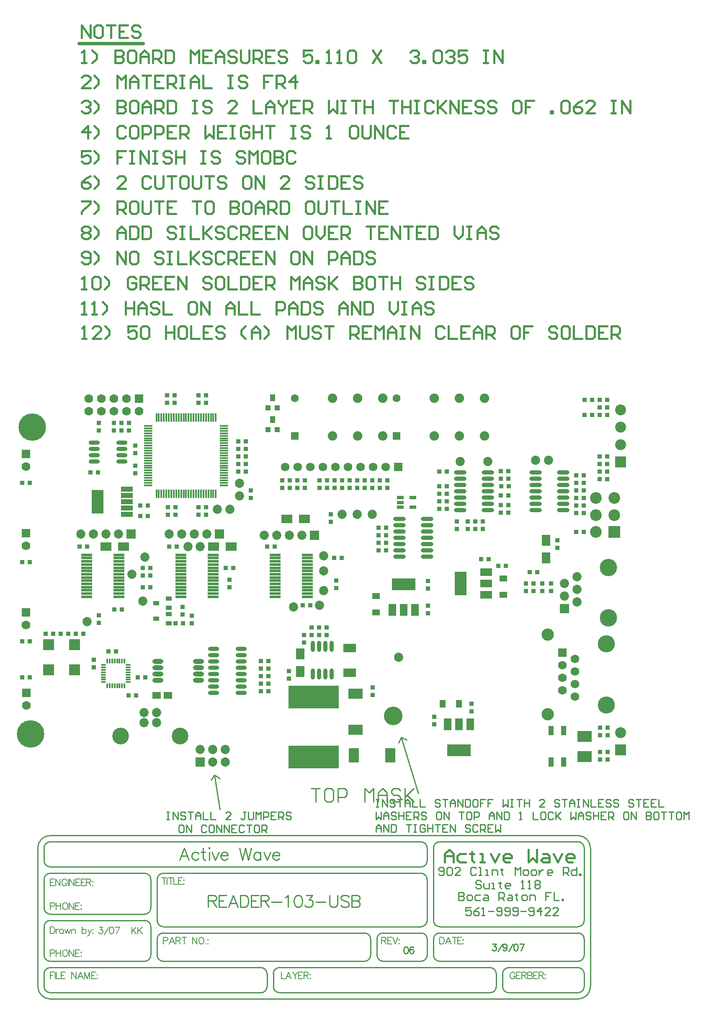
<source format=gts>
%FSLAX24Y24*%
%MOIN*%
G70*
G01*
G75*
G04 Layer_Color=16711935*
%ADD10C,0.0080*%
%ADD11R,0.0500X0.0200*%
%ADD12R,0.0800X0.0600*%
%ADD13R,0.0800X0.0140*%
%ADD14R,0.0550X0.0400*%
%ADD15R,0.0300X0.0300*%
%ADD16R,0.0900X0.0550*%
%ADD17R,0.0900X0.1800*%
%ADD18R,0.0630X0.0118*%
%ADD19O,0.0630X0.0118*%
%ADD20O,0.0118X0.0630*%
%ADD21R,0.0300X0.0300*%
%ADD22R,0.0780X0.0780*%
%ADD23R,0.0900X0.0350*%
%ADD24O,0.0800X0.0240*%
%ADD25R,0.0360X0.0500*%
%ADD26R,0.0360X0.0360*%
%ADD27R,0.1800X0.0900*%
%ADD28O,0.0900X0.0240*%
%ADD29R,0.0400X0.0300*%
%ADD30R,0.0550X0.0900*%
%ADD31R,0.0400X0.0550*%
%ADD32R,0.3949X0.1752*%
%ADD33R,0.0600X0.0800*%
%ADD34O,0.0240X0.0800*%
%ADD35R,0.0945X0.0591*%
%ADD36R,0.1102X0.0709*%
%ADD37R,0.0709X0.1102*%
%ADD38O,0.0394X0.0108*%
%ADD39O,0.0108X0.0394*%
%ADD40O,0.0394X0.0108*%
%ADD41R,0.0600X0.0500*%
%ADD42O,0.0800X0.0300*%
%ADD43R,0.0350X0.0700*%
%ADD44R,0.1102X0.0790*%
%ADD45C,0.0120*%
%ADD46C,0.0100*%
%ADD47C,0.0200*%
%ADD48C,0.0300*%
%ADD49C,0.0250*%
%ADD50C,0.0150*%
%ADD51C,0.0400*%
%ADD52C,0.0140*%
%ADD53C,0.0220*%
%ADD54C,0.0090*%
%ADD55C,0.0050*%
%ADD56C,0.0600*%
%ADD57C,0.0650*%
%ADD58C,0.0550*%
%ADD59C,0.0620*%
%ADD60R,0.0620X0.0620*%
%ADD61R,0.0650X0.0650*%
%ADD62R,0.0600X0.0600*%
%ADD63R,0.0520X0.0520*%
%ADD64C,0.0670*%
%ADD65C,0.2100*%
%ADD66C,0.1400*%
%ADD67R,0.0650X0.0650*%
%ADD68C,0.1300*%
%ADD69C,0.1280*%
%ADD70C,0.0900*%
%ADD71C,0.0787*%
%ADD72R,0.0787X0.0787*%
%ADD73R,0.0850X0.0850*%
%ADD74C,0.0850*%
%ADD75C,0.1250*%
%ADD76R,0.0620X0.0620*%
%ADD77C,0.0350*%
%ADD78C,0.0060*%
%ADD79C,0.0125*%
%ADD80R,0.0580X0.0280*%
%ADD81R,0.0880X0.0680*%
%ADD82R,0.0880X0.0220*%
%ADD83R,0.0630X0.0480*%
%ADD84R,0.0380X0.0380*%
%ADD85R,0.0980X0.0630*%
%ADD86R,0.0980X0.1880*%
%ADD87R,0.0670X0.0158*%
%ADD88O,0.0670X0.0158*%
%ADD89O,0.0158X0.0670*%
%ADD90R,0.0380X0.0380*%
%ADD91R,0.0860X0.0860*%
%ADD92R,0.0980X0.0430*%
%ADD93O,0.0880X0.0320*%
%ADD94R,0.0440X0.0580*%
%ADD95R,0.0440X0.0440*%
%ADD96R,0.1880X0.0980*%
%ADD97O,0.0980X0.0320*%
%ADD98R,0.0480X0.0380*%
%ADD99R,0.0630X0.0980*%
%ADD100R,0.0480X0.0630*%
%ADD101R,0.4029X0.1832*%
%ADD102R,0.0680X0.0880*%
%ADD103O,0.0320X0.0880*%
%ADD104R,0.1025X0.0671*%
%ADD105R,0.1182X0.0789*%
%ADD106R,0.0789X0.1182*%
%ADD107O,0.0424X0.0138*%
%ADD108O,0.0138X0.0424*%
%ADD109O,0.0424X0.0138*%
%ADD110R,0.0680X0.0580*%
%ADD111O,0.0880X0.0380*%
%ADD112R,0.0430X0.0780*%
%ADD113R,0.1182X0.0870*%
%ADD114C,0.0680*%
%ADD115C,0.0730*%
%ADD116C,0.0630*%
%ADD117C,0.0700*%
%ADD118R,0.0700X0.0700*%
%ADD119R,0.0730X0.0730*%
%ADD120R,0.0680X0.0680*%
%ADD121R,0.0600X0.0600*%
%ADD122C,0.0750*%
%ADD123C,0.2180*%
%ADD124C,0.1480*%
%ADD125R,0.0730X0.0730*%
%ADD126C,0.1380*%
%ADD127C,0.1360*%
%ADD128C,0.0980*%
%ADD129C,0.0867*%
%ADD130R,0.0867X0.0867*%
%ADD131R,0.0930X0.0930*%
%ADD132C,0.0930*%
%ADD133C,0.1330*%
%ADD134R,0.0700X0.0700*%
D10*
X-4084Y-16617D02*
X-3805D01*
X-3957Y-16820D01*
X-3881D01*
X-3830Y-16845D01*
X-3805Y-16871D01*
X-3779Y-16947D01*
Y-16998D01*
X-3805Y-17074D01*
X-3856Y-17125D01*
X-3932Y-17150D01*
X-4008D01*
X-4084Y-17125D01*
X-4109Y-17099D01*
X-4135Y-17048D01*
X-3660Y-17226D02*
X-3305Y-16617D01*
X-3117D02*
X-3193Y-16642D01*
X-3244Y-16718D01*
X-3269Y-16845D01*
Y-16922D01*
X-3244Y-17048D01*
X-3193Y-17125D01*
X-3117Y-17150D01*
X-3066D01*
X-2990Y-17125D01*
X-2939Y-17048D01*
X-2914Y-16922D01*
Y-16845D01*
X-2939Y-16718D01*
X-2990Y-16642D01*
X-3066Y-16617D01*
X-3117D01*
X-2439D02*
X-2693Y-17150D01*
X-2794Y-16617D02*
X-2439D01*
X-1481D02*
Y-17150D01*
X-1126Y-16617D02*
X-1481Y-16972D01*
X-1354Y-16845D02*
X-1126Y-17150D01*
X-1007Y-16617D02*
Y-17150D01*
X-651Y-16617D02*
X-1007Y-16972D01*
X-880Y-16845D02*
X-651Y-17150D01*
D46*
X12796Y-5581D02*
X13507D01*
X13152D01*
Y-6648D01*
X14396Y-5581D02*
X14040D01*
X13863Y-5759D01*
Y-6470D01*
X14040Y-6648D01*
X14396D01*
X14573Y-6470D01*
Y-5759D01*
X14396Y-5581D01*
X14929Y-6648D02*
Y-5581D01*
X15462D01*
X15640Y-5759D01*
Y-6115D01*
X15462Y-6292D01*
X14929D01*
X17062Y-6648D02*
Y-5581D01*
X17417Y-5937D01*
X17772Y-5581D01*
Y-6648D01*
X18128D02*
Y-5937D01*
X18483Y-5581D01*
X18839Y-5937D01*
Y-6648D01*
Y-6115D01*
X18128D01*
X19905Y-5759D02*
X19727Y-5581D01*
X19372D01*
X19194Y-5759D01*
Y-5937D01*
X19372Y-6115D01*
X19727D01*
X19905Y-6292D01*
Y-6470D01*
X19727Y-6648D01*
X19372D01*
X19194Y-6470D01*
X20261Y-5581D02*
Y-6648D01*
Y-6292D01*
X20971Y-5581D01*
X20438Y-6115D01*
X20971Y-6648D01*
X9285Y-20339D02*
G03*
X8785Y-19839I-500J0D01*
G01*
X8797Y-21840D02*
G03*
X9285Y-21343I8J480D01*
G01*
X10285Y-19839D02*
G03*
X9785Y-20339I0J-500D01*
G01*
Y-21339D02*
G03*
X10277Y-21839I500J0D01*
G01*
X27535Y-20339D02*
G03*
X27035Y-19839I-500J0D01*
G01*
X27047Y-21840D02*
G03*
X27535Y-21343I8J480D01*
G01*
X28035Y-21349D02*
G03*
X28534Y-21839I490J0D01*
G01*
X28535Y-19839D02*
G03*
X28035Y-20339I0J-500D01*
G01*
X35Y-12829D02*
G03*
X-455Y-12339I-490J0D01*
G01*
X-445Y-15589D02*
G03*
X35Y-15109I0J480D01*
G01*
Y-16579D02*
G03*
X-472Y-16090I-490J0D01*
G01*
X535Y-16099D02*
G03*
X1025Y-16589I490J0D01*
G01*
X535Y-18849D02*
G03*
X1025Y-19339I490J0D01*
G01*
X-455D02*
G03*
X35Y-18849I0J490D01*
G01*
X17535Y-17579D02*
G03*
X17045Y-17089I-490J0D01*
G01*
Y-19339D02*
G03*
X17535Y-18841I0J490D01*
G01*
X18035Y-18829D02*
G03*
X18537Y-19339I510J0D01*
G01*
X18515Y-17089D02*
G03*
X18036Y-17595I0J-480D01*
G01*
X1035Y-17089D02*
G03*
X535Y-17589I0J-500D01*
G01*
X1035Y-12339D02*
G03*
X535Y-12839I0J-500D01*
G01*
X-8465Y-18839D02*
G03*
X-7973Y-19339I500J0D01*
G01*
X-7965Y-16089D02*
G03*
X-8465Y-16589I0J-500D01*
G01*
Y-15089D02*
G03*
X-7965Y-15589I500J0D01*
G01*
Y-12339D02*
G03*
X-8465Y-12839I0J-500D01*
G01*
Y-11339D02*
G03*
X-7965Y-11839I500J0D01*
G01*
Y-9839D02*
G03*
X-8465Y-10339I0J-500D01*
G01*
X22035D02*
G03*
X21535Y-9839I-500J0D01*
G01*
X23035D02*
G03*
X22535Y-10339I0J-500D01*
G01*
X21535Y-11839D02*
G03*
X22035Y-11339I0J500D01*
G01*
Y-12839D02*
G03*
X21535Y-12339I-500J0D01*
G01*
X-7965Y-19839D02*
G03*
X-8465Y-20339I0J-500D01*
G01*
X21544Y-16589D02*
G03*
X22036Y-16089I-9J500D01*
G01*
X-8465Y-21339D02*
G03*
X-7973Y-21839I500J0D01*
G01*
X22035Y-17579D02*
G03*
X21545Y-17089I-490J0D01*
G01*
X22535Y-18849D02*
G03*
X23034Y-19339I490J0D01*
G01*
X21535Y-19339D02*
G03*
X22035Y-18839I0J500D01*
G01*
X34035Y-21839D02*
G03*
X34535Y-21339I0J500D01*
G01*
X34536Y-20331D02*
G03*
X34035Y-19839I-500J-9D01*
G01*
Y-19339D02*
G03*
X34535Y-18839I0J500D01*
G01*
Y-10329D02*
G03*
X34028Y-9840I-490J0D01*
G01*
X35035Y-10339D02*
G03*
X34035Y-9339I-1000J0D01*
G01*
Y-22339D02*
G03*
X35035Y-21339I0J1000D01*
G01*
X-8965Y-21329D02*
G03*
X-7972Y-22339I1010J0D01*
G01*
X-7965Y-9339D02*
G03*
X-8965Y-10339I0J-1000D01*
G01*
X22535Y-16089D02*
G03*
X23035Y-16589I500J0D01*
G01*
X34035D02*
G03*
X34535Y-16089I0J500D01*
G01*
X23035Y-17089D02*
G03*
X22535Y-17589I0J-500D01*
G01*
X34535Y-17579D02*
G03*
X34045Y-17089I-490J0D01*
G01*
X10285Y-21839D02*
X27035D01*
X-7965D02*
X8785D01*
X-7965Y-19839D02*
X8785D01*
X10285D02*
X27035D01*
X28535Y-21839D02*
X34035D01*
X28535Y-19839D02*
X34035D01*
X-7965Y-9839D02*
X21535D01*
X-7965Y-22339D02*
X34035D01*
X-7965Y-9339D02*
X34035D01*
X-7965Y-19339D02*
X-465D01*
X-7965Y-16089D02*
X-465D01*
X-7965Y-15589D02*
X-465D01*
X-7965Y-12339D02*
X-465D01*
X-7965Y-11839D02*
X21535D01*
X1035Y-12339D02*
X21535D01*
X1035Y-17089D02*
X17035D01*
X1035Y-19339D02*
X17035D01*
X18535D02*
X21535D01*
X18535Y-17089D02*
X21535D01*
X23035Y-19339D02*
X34035D01*
X23035Y-9839D02*
X34035D01*
X1035Y-16589D02*
X21535D01*
X23035D02*
X34035D01*
X23035Y-17089D02*
X34035D01*
X9285Y-21339D02*
Y-20339D01*
X9785Y-21339D02*
Y-20339D01*
X27535Y-21339D02*
Y-20339D01*
X28035Y-21339D02*
Y-20339D01*
X35035Y-21339D02*
Y-10339D01*
X-8465Y-18839D02*
Y-16589D01*
X35Y-18839D02*
Y-16589D01*
X-8465Y-15089D02*
Y-12839D01*
X35Y-15089D02*
Y-12839D01*
X-8465Y-11339D02*
Y-10339D01*
X22035Y-11339D02*
Y-10339D01*
Y-16089D02*
Y-12839D01*
X535Y-16089D02*
Y-12839D01*
X17535Y-18839D02*
Y-17589D01*
X535Y-18839D02*
Y-17589D01*
X18035Y-18839D02*
Y-17589D01*
X22035Y-18839D02*
Y-17589D01*
X34535Y-21339D02*
Y-20339D01*
X-8465Y-21339D02*
Y-20339D01*
X-8965Y-21339D02*
Y-10339D01*
X22535Y-16089D02*
Y-10339D01*
X34535Y-16089D02*
Y-10339D01*
X22535Y-18839D02*
Y-17589D01*
X34535Y-18839D02*
Y-17579D01*
X26323Y-13015D02*
X26216Y-12908D01*
X26003D01*
X25896Y-13015D01*
Y-13121D01*
X26003Y-13228D01*
X26216D01*
X26323Y-13334D01*
Y-13441D01*
X26216Y-13548D01*
X26003D01*
X25896Y-13441D01*
X26536Y-13121D02*
Y-13441D01*
X26643Y-13548D01*
X26963D01*
Y-13121D01*
X27176Y-13548D02*
X27389D01*
X27283D01*
Y-13121D01*
X27176D01*
X27816Y-13015D02*
Y-13121D01*
X27709D01*
X27922D01*
X27816D01*
Y-13441D01*
X27922Y-13548D01*
X28562D02*
X28349D01*
X28242Y-13441D01*
Y-13228D01*
X28349Y-13121D01*
X28562D01*
X28669Y-13228D01*
Y-13334D01*
X28242D01*
X29522Y-13548D02*
X29735D01*
X29628D01*
Y-12908D01*
X29522Y-13015D01*
X30055Y-13548D02*
X30268D01*
X30162D01*
Y-12908D01*
X30055Y-13015D01*
X30588D02*
X30695Y-12908D01*
X30908D01*
X31015Y-13015D01*
Y-13121D01*
X30908Y-13228D01*
X31015Y-13334D01*
Y-13441D01*
X30908Y-13548D01*
X30695D01*
X30588Y-13441D01*
Y-13334D01*
X30695Y-13228D01*
X30588Y-13121D01*
Y-13015D01*
X30695Y-13228D02*
X30908D01*
X25523Y-15058D02*
X25096D01*
Y-15378D01*
X25310Y-15271D01*
X25416D01*
X25523Y-15378D01*
Y-15591D01*
X25416Y-15698D01*
X25203D01*
X25096Y-15591D01*
X26163Y-15058D02*
X25949Y-15165D01*
X25736Y-15378D01*
Y-15591D01*
X25843Y-15698D01*
X26056D01*
X26163Y-15591D01*
Y-15484D01*
X26056Y-15378D01*
X25736D01*
X26376Y-15698D02*
X26589D01*
X26483D01*
Y-15058D01*
X26376Y-15165D01*
X26909Y-15378D02*
X27336D01*
X27549Y-15591D02*
X27655Y-15698D01*
X27869D01*
X27975Y-15591D01*
Y-15165D01*
X27869Y-15058D01*
X27655D01*
X27549Y-15165D01*
Y-15271D01*
X27655Y-15378D01*
X27975D01*
X28189Y-15591D02*
X28295Y-15698D01*
X28509D01*
X28615Y-15591D01*
Y-15165D01*
X28509Y-15058D01*
X28295D01*
X28189Y-15165D01*
Y-15271D01*
X28295Y-15378D01*
X28615D01*
X28828Y-15591D02*
X28935Y-15698D01*
X29148D01*
X29255Y-15591D01*
Y-15165D01*
X29148Y-15058D01*
X28935D01*
X28828Y-15165D01*
Y-15271D01*
X28935Y-15378D01*
X29255D01*
X29468D02*
X29895D01*
X30108Y-15591D02*
X30215Y-15698D01*
X30428D01*
X30535Y-15591D01*
Y-15165D01*
X30428Y-15058D01*
X30215D01*
X30108Y-15165D01*
Y-15271D01*
X30215Y-15378D01*
X30535D01*
X31068Y-15698D02*
Y-15058D01*
X30748Y-15378D01*
X31174D01*
X31814Y-15698D02*
X31388D01*
X31814Y-15271D01*
Y-15165D01*
X31707Y-15058D01*
X31494D01*
X31388Y-15165D01*
X32454Y-15698D02*
X32027D01*
X32454Y-15271D01*
Y-15165D01*
X32347Y-15058D01*
X32134D01*
X32027Y-15165D01*
X22946Y-12391D02*
X23053Y-12498D01*
X23266D01*
X23373Y-12391D01*
Y-11965D01*
X23266Y-11858D01*
X23053D01*
X22946Y-11965D01*
Y-12071D01*
X23053Y-12178D01*
X23373D01*
X23586Y-11965D02*
X23693Y-11858D01*
X23906D01*
X24013Y-11965D01*
Y-12391D01*
X23906Y-12498D01*
X23693D01*
X23586Y-12391D01*
Y-11965D01*
X24652Y-12498D02*
X24226D01*
X24652Y-12071D01*
Y-11965D01*
X24546Y-11858D01*
X24332D01*
X24226Y-11965D01*
X25932D02*
X25825Y-11858D01*
X25612D01*
X25505Y-11965D01*
Y-12391D01*
X25612Y-12498D01*
X25825D01*
X25932Y-12391D01*
X26145Y-12498D02*
X26359D01*
X26252D01*
Y-11858D01*
X26145D01*
X26678Y-12498D02*
X26892D01*
X26785D01*
Y-12071D01*
X26678D01*
X27212Y-12498D02*
Y-12071D01*
X27531D01*
X27638Y-12178D01*
Y-12498D01*
X27958Y-11965D02*
Y-12071D01*
X27851D01*
X28065D01*
X27958D01*
Y-12391D01*
X28065Y-12498D01*
X29024D02*
Y-11858D01*
X29238Y-12071D01*
X29451Y-11858D01*
Y-12498D01*
X29771D02*
X29984D01*
X30091Y-12391D01*
Y-12178D01*
X29984Y-12071D01*
X29771D01*
X29664Y-12178D01*
Y-12391D01*
X29771Y-12498D01*
X30411D02*
X30624D01*
X30730Y-12391D01*
Y-12178D01*
X30624Y-12071D01*
X30411D01*
X30304Y-12178D01*
Y-12391D01*
X30411Y-12498D01*
X30944Y-12071D02*
Y-12498D01*
Y-12284D01*
X31050Y-12178D01*
X31157Y-12071D01*
X31264D01*
X31903Y-12498D02*
X31690D01*
X31583Y-12391D01*
Y-12178D01*
X31690Y-12071D01*
X31903D01*
X32010Y-12178D01*
Y-12284D01*
X31583D01*
X32863Y-12498D02*
Y-11858D01*
X33183D01*
X33290Y-11965D01*
Y-12178D01*
X33183Y-12284D01*
X32863D01*
X33076D02*
X33290Y-12498D01*
X33929Y-11858D02*
Y-12498D01*
X33609D01*
X33503Y-12391D01*
Y-12178D01*
X33609Y-12071D01*
X33929D01*
X34143Y-12498D02*
Y-12391D01*
X34249D01*
Y-12498D01*
X34143D01*
X24546Y-13858D02*
Y-14498D01*
X24866D01*
X24973Y-14391D01*
Y-14284D01*
X24866Y-14178D01*
X24546D01*
X24866D01*
X24973Y-14071D01*
Y-13965D01*
X24866Y-13858D01*
X24546D01*
X25293Y-14498D02*
X25506D01*
X25613Y-14391D01*
Y-14178D01*
X25506Y-14071D01*
X25293D01*
X25186Y-14178D01*
Y-14391D01*
X25293Y-14498D01*
X26252Y-14071D02*
X25933D01*
X25826Y-14178D01*
Y-14391D01*
X25933Y-14498D01*
X26252D01*
X26572Y-14071D02*
X26786D01*
X26892Y-14178D01*
Y-14498D01*
X26572D01*
X26466Y-14391D01*
X26572Y-14284D01*
X26892D01*
X27745Y-14498D02*
Y-13858D01*
X28065D01*
X28172Y-13965D01*
Y-14178D01*
X28065Y-14284D01*
X27745D01*
X27959D02*
X28172Y-14498D01*
X28492Y-14071D02*
X28705D01*
X28812Y-14178D01*
Y-14498D01*
X28492D01*
X28385Y-14391D01*
X28492Y-14284D01*
X28812D01*
X29131Y-13965D02*
Y-14071D01*
X29025D01*
X29238D01*
X29131D01*
Y-14391D01*
X29238Y-14498D01*
X29665D02*
X29878D01*
X29985Y-14391D01*
Y-14178D01*
X29878Y-14071D01*
X29665D01*
X29558Y-14178D01*
Y-14391D01*
X29665Y-14498D01*
X30198D02*
Y-14071D01*
X30518D01*
X30624Y-14178D01*
Y-14498D01*
X31904Y-13858D02*
X31477D01*
Y-14178D01*
X31691D01*
X31477D01*
Y-14498D01*
X32117Y-13858D02*
Y-14498D01*
X32544D01*
X32757D02*
Y-14391D01*
X32864D01*
Y-14498D01*
X32757D01*
X5108Y-4519D02*
X5513Y-7277D01*
X5108Y-4519D02*
X5514Y-4803D01*
X4824Y-4925D02*
X5108Y-4519D01*
X19958Y-1522D02*
X21338Y-5997D01*
X19958Y-1522D02*
X20407Y-1731D01*
X19749Y-1971D02*
X19958Y-1522D01*
X1308Y-7452D02*
X1508D01*
X1408D01*
Y-8052D01*
X1308D01*
X1508D01*
X1808D02*
Y-7452D01*
X2208Y-8052D01*
Y-7452D01*
X2808Y-7552D02*
X2708Y-7452D01*
X2508D01*
X2408Y-7552D01*
Y-7652D01*
X2508Y-7752D01*
X2708D01*
X2808Y-7852D01*
Y-7952D01*
X2708Y-8052D01*
X2508D01*
X2408Y-7952D01*
X3008Y-7452D02*
X3408D01*
X3208D01*
Y-8052D01*
X3608D02*
Y-7652D01*
X3808Y-7452D01*
X4007Y-7652D01*
Y-8052D01*
Y-7752D01*
X3608D01*
X4207Y-7452D02*
Y-8052D01*
X4607D01*
X4807Y-7452D02*
Y-8052D01*
X5207D01*
X6407D02*
X6007D01*
X6407Y-7652D01*
Y-7552D01*
X6307Y-7452D01*
X6107D01*
X6007Y-7552D01*
X7606Y-7452D02*
X7406D01*
X7506D01*
Y-7952D01*
X7406Y-8052D01*
X7306D01*
X7206Y-7952D01*
X7806Y-7452D02*
Y-7952D01*
X7906Y-8052D01*
X8106D01*
X8206Y-7952D01*
Y-7452D01*
X8406Y-8052D02*
Y-7452D01*
X8606Y-7652D01*
X8806Y-7452D01*
Y-8052D01*
X9006D02*
Y-7452D01*
X9306D01*
X9406Y-7552D01*
Y-7752D01*
X9306Y-7852D01*
X9006D01*
X10006Y-7452D02*
X9606D01*
Y-8052D01*
X10006D01*
X9606Y-7752D02*
X9806D01*
X10205Y-8052D02*
Y-7452D01*
X10505D01*
X10605Y-7552D01*
Y-7752D01*
X10505Y-7852D01*
X10205D01*
X10405D02*
X10605Y-8052D01*
X11205Y-7552D02*
X11105Y-7452D01*
X10905D01*
X10805Y-7552D01*
Y-7652D01*
X10905Y-7752D01*
X11105D01*
X11205Y-7852D01*
Y-7952D01*
X11105Y-8052D01*
X10905D01*
X10805Y-7952D01*
X2558Y-8502D02*
X2358D01*
X2258Y-8602D01*
Y-9002D01*
X2358Y-9102D01*
X2558D01*
X2658Y-9002D01*
Y-8602D01*
X2558Y-8502D01*
X2858Y-9102D02*
Y-8502D01*
X3258Y-9102D01*
Y-8502D01*
X4458Y-8602D02*
X4358Y-8502D01*
X4158D01*
X4058Y-8602D01*
Y-9002D01*
X4158Y-9102D01*
X4358D01*
X4458Y-9002D01*
X4957Y-8502D02*
X4758D01*
X4658Y-8602D01*
Y-9002D01*
X4758Y-9102D01*
X4957D01*
X5057Y-9002D01*
Y-8602D01*
X4957Y-8502D01*
X5257Y-9102D02*
Y-8502D01*
X5657Y-9102D01*
Y-8502D01*
X5857Y-9102D02*
Y-8502D01*
X6257Y-9102D01*
Y-8502D01*
X6857D02*
X6457D01*
Y-9102D01*
X6857D01*
X6457Y-8802D02*
X6657D01*
X7457Y-8602D02*
X7357Y-8502D01*
X7157D01*
X7057Y-8602D01*
Y-9002D01*
X7157Y-9102D01*
X7357D01*
X7457Y-9002D01*
X7657Y-8502D02*
X8056D01*
X7857D01*
Y-9102D01*
X8556Y-8502D02*
X8356D01*
X8256Y-8602D01*
Y-9002D01*
X8356Y-9102D01*
X8556D01*
X8656Y-9002D01*
Y-8602D01*
X8556Y-8502D01*
X8856Y-9102D02*
Y-8502D01*
X9156D01*
X9256Y-8602D01*
Y-8802D01*
X9156Y-8902D01*
X8856D01*
X9056D02*
X9256Y-9102D01*
X17958Y-6472D02*
X18158D01*
X18058D01*
Y-7072D01*
X17958D01*
X18158D01*
X18458D02*
Y-6472D01*
X18858Y-7072D01*
Y-6472D01*
X19458Y-6572D02*
X19358Y-6472D01*
X19158D01*
X19058Y-6572D01*
Y-6672D01*
X19158Y-6772D01*
X19358D01*
X19458Y-6872D01*
Y-6972D01*
X19358Y-7072D01*
X19158D01*
X19058Y-6972D01*
X19658Y-6472D02*
X20058D01*
X19858D01*
Y-7072D01*
X20258D02*
Y-6672D01*
X20458Y-6472D01*
X20657Y-6672D01*
Y-7072D01*
Y-6772D01*
X20258D01*
X20857Y-6472D02*
Y-7072D01*
X21257D01*
X21457Y-6472D02*
Y-7072D01*
X21857D01*
X23057Y-6572D02*
X22957Y-6472D01*
X22757D01*
X22657Y-6572D01*
Y-6672D01*
X22757Y-6772D01*
X22957D01*
X23057Y-6872D01*
Y-6972D01*
X22957Y-7072D01*
X22757D01*
X22657Y-6972D01*
X23257Y-6472D02*
X23656D01*
X23457D01*
Y-7072D01*
X23856D02*
Y-6672D01*
X24056Y-6472D01*
X24256Y-6672D01*
Y-7072D01*
Y-6772D01*
X23856D01*
X24456Y-7072D02*
Y-6472D01*
X24856Y-7072D01*
Y-6472D01*
X25056D02*
Y-7072D01*
X25356D01*
X25456Y-6972D01*
Y-6572D01*
X25356Y-6472D01*
X25056D01*
X25956D02*
X25756D01*
X25656Y-6572D01*
Y-6972D01*
X25756Y-7072D01*
X25956D01*
X26056Y-6972D01*
Y-6572D01*
X25956Y-6472D01*
X26656D02*
X26256D01*
Y-6772D01*
X26456D01*
X26256D01*
Y-7072D01*
X27255Y-6472D02*
X26855D01*
Y-6772D01*
X27055D01*
X26855D01*
Y-7072D01*
X28055Y-6472D02*
Y-7072D01*
X28255Y-6872D01*
X28455Y-7072D01*
Y-6472D01*
X28655D02*
X28855D01*
X28755D01*
Y-7072D01*
X28655D01*
X28855D01*
X29155Y-6472D02*
X29555D01*
X29355D01*
Y-7072D01*
X29755Y-6472D02*
Y-7072D01*
Y-6772D01*
X30154D01*
Y-6472D01*
Y-7072D01*
X31354D02*
X30954D01*
X31354Y-6672D01*
Y-6572D01*
X31254Y-6472D01*
X31054D01*
X30954Y-6572D01*
X32554D02*
X32454Y-6472D01*
X32254D01*
X32154Y-6572D01*
Y-6672D01*
X32254Y-6772D01*
X32454D01*
X32554Y-6872D01*
Y-6972D01*
X32454Y-7072D01*
X32254D01*
X32154Y-6972D01*
X32754Y-6472D02*
X33153D01*
X32953D01*
Y-7072D01*
X33353D02*
Y-6672D01*
X33553Y-6472D01*
X33753Y-6672D01*
Y-7072D01*
Y-6772D01*
X33353D01*
X33953Y-6472D02*
X34153D01*
X34053D01*
Y-7072D01*
X33953D01*
X34153D01*
X34453D02*
Y-6472D01*
X34853Y-7072D01*
Y-6472D01*
X35053D02*
Y-7072D01*
X35453D01*
X36052Y-6472D02*
X35653D01*
Y-7072D01*
X36052D01*
X35653Y-6772D02*
X35853D01*
X36652Y-6572D02*
X36552Y-6472D01*
X36352D01*
X36252Y-6572D01*
Y-6672D01*
X36352Y-6772D01*
X36552D01*
X36652Y-6872D01*
Y-6972D01*
X36552Y-7072D01*
X36352D01*
X36252Y-6972D01*
X37252Y-6572D02*
X37152Y-6472D01*
X36952D01*
X36852Y-6572D01*
Y-6672D01*
X36952Y-6772D01*
X37152D01*
X37252Y-6872D01*
Y-6972D01*
X37152Y-7072D01*
X36952D01*
X36852Y-6972D01*
X38452Y-6572D02*
X38352Y-6472D01*
X38152D01*
X38052Y-6572D01*
Y-6672D01*
X38152Y-6772D01*
X38352D01*
X38452Y-6872D01*
Y-6972D01*
X38352Y-7072D01*
X38152D01*
X38052Y-6972D01*
X38652Y-6472D02*
X39052D01*
X38852D01*
Y-7072D01*
X39651Y-6472D02*
X39251D01*
Y-7072D01*
X39651D01*
X39251Y-6772D02*
X39451D01*
X40251Y-6472D02*
X39851D01*
Y-7072D01*
X40251D01*
X39851Y-6772D02*
X40051D01*
X40451Y-6472D02*
Y-7072D01*
X40851D01*
X17958Y-7472D02*
Y-8072D01*
X18158Y-7872D01*
X18358Y-8072D01*
Y-7472D01*
X18558Y-8072D02*
Y-7672D01*
X18758Y-7472D01*
X18958Y-7672D01*
Y-8072D01*
Y-7772D01*
X18558D01*
X19558Y-7572D02*
X19458Y-7472D01*
X19258D01*
X19158Y-7572D01*
Y-7672D01*
X19258Y-7772D01*
X19458D01*
X19558Y-7872D01*
Y-7972D01*
X19458Y-8072D01*
X19258D01*
X19158Y-7972D01*
X19758Y-7472D02*
Y-8072D01*
Y-7772D01*
X20158D01*
Y-7472D01*
Y-8072D01*
X20757Y-7472D02*
X20358D01*
Y-8072D01*
X20757D01*
X20358Y-7772D02*
X20557D01*
X20957Y-8072D02*
Y-7472D01*
X21257D01*
X21357Y-7572D01*
Y-7772D01*
X21257Y-7872D01*
X20957D01*
X21157D02*
X21357Y-8072D01*
X21957Y-7572D02*
X21857Y-7472D01*
X21657D01*
X21557Y-7572D01*
Y-7672D01*
X21657Y-7772D01*
X21857D01*
X21957Y-7872D01*
Y-7972D01*
X21857Y-8072D01*
X21657D01*
X21557Y-7972D01*
X23057Y-7472D02*
X22857D01*
X22757Y-7572D01*
Y-7972D01*
X22857Y-8072D01*
X23057D01*
X23157Y-7972D01*
Y-7572D01*
X23057Y-7472D01*
X23357Y-8072D02*
Y-7472D01*
X23756Y-8072D01*
Y-7472D01*
X24556D02*
X24956D01*
X24756D01*
Y-8072D01*
X25456Y-7472D02*
X25256D01*
X25156Y-7572D01*
Y-7972D01*
X25256Y-8072D01*
X25456D01*
X25556Y-7972D01*
Y-7572D01*
X25456Y-7472D01*
X25756Y-8072D02*
Y-7472D01*
X26056D01*
X26156Y-7572D01*
Y-7772D01*
X26056Y-7872D01*
X25756D01*
X26955Y-8072D02*
Y-7672D01*
X27155Y-7472D01*
X27355Y-7672D01*
Y-8072D01*
Y-7772D01*
X26955D01*
X27555Y-8072D02*
Y-7472D01*
X27955Y-8072D01*
Y-7472D01*
X28155D02*
Y-8072D01*
X28455D01*
X28555Y-7972D01*
Y-7572D01*
X28455Y-7472D01*
X28155D01*
X29355Y-8072D02*
X29555D01*
X29455D01*
Y-7472D01*
X29355Y-7572D01*
X30454Y-7472D02*
Y-8072D01*
X30854D01*
X31354Y-7472D02*
X31154D01*
X31054Y-7572D01*
Y-7972D01*
X31154Y-8072D01*
X31354D01*
X31454Y-7972D01*
Y-7572D01*
X31354Y-7472D01*
X32054Y-7572D02*
X31954Y-7472D01*
X31754D01*
X31654Y-7572D01*
Y-7972D01*
X31754Y-8072D01*
X31954D01*
X32054Y-7972D01*
X32254Y-7472D02*
Y-8072D01*
Y-7872D01*
X32654Y-7472D01*
X32354Y-7772D01*
X32654Y-8072D01*
X33453Y-7472D02*
Y-8072D01*
X33653Y-7872D01*
X33853Y-8072D01*
Y-7472D01*
X34053Y-8072D02*
Y-7672D01*
X34253Y-7472D01*
X34453Y-7672D01*
Y-8072D01*
Y-7772D01*
X34053D01*
X35053Y-7572D02*
X34953Y-7472D01*
X34753D01*
X34653Y-7572D01*
Y-7672D01*
X34753Y-7772D01*
X34953D01*
X35053Y-7872D01*
Y-7972D01*
X34953Y-8072D01*
X34753D01*
X34653Y-7972D01*
X35253Y-7472D02*
Y-8072D01*
Y-7772D01*
X35653D01*
Y-7472D01*
Y-8072D01*
X36252Y-7472D02*
X35853D01*
Y-8072D01*
X36252D01*
X35853Y-7772D02*
X36052D01*
X36452Y-8072D02*
Y-7472D01*
X36752D01*
X36852Y-7572D01*
Y-7772D01*
X36752Y-7872D01*
X36452D01*
X36652D02*
X36852Y-8072D01*
X37952Y-7472D02*
X37752D01*
X37652Y-7572D01*
Y-7972D01*
X37752Y-8072D01*
X37952D01*
X38052Y-7972D01*
Y-7572D01*
X37952Y-7472D01*
X38252Y-8072D02*
Y-7472D01*
X38652Y-8072D01*
Y-7472D01*
X39451D02*
Y-8072D01*
X39751D01*
X39851Y-7972D01*
Y-7872D01*
X39751Y-7772D01*
X39451D01*
X39751D01*
X39851Y-7672D01*
Y-7572D01*
X39751Y-7472D01*
X39451D01*
X40351D02*
X40151D01*
X40051Y-7572D01*
Y-7972D01*
X40151Y-8072D01*
X40351D01*
X40451Y-7972D01*
Y-7572D01*
X40351Y-7472D01*
X40651D02*
X41051D01*
X40851D01*
Y-8072D01*
X41251Y-7472D02*
X41651D01*
X41451D01*
Y-8072D01*
X42151Y-7472D02*
X41951D01*
X41851Y-7572D01*
Y-7972D01*
X41951Y-8072D01*
X42151D01*
X42250Y-7972D01*
Y-7572D01*
X42151Y-7472D01*
X42450Y-8072D02*
Y-7472D01*
X42650Y-7672D01*
X42850Y-7472D01*
Y-8072D01*
X17958Y-9072D02*
Y-8672D01*
X18158Y-8472D01*
X18358Y-8672D01*
Y-9072D01*
Y-8772D01*
X17958D01*
X18558Y-9072D02*
Y-8472D01*
X18958Y-9072D01*
Y-8472D01*
X19158D02*
Y-9072D01*
X19458D01*
X19558Y-8972D01*
Y-8572D01*
X19458Y-8472D01*
X19158D01*
X20358D02*
X20757D01*
X20557D01*
Y-9072D01*
X20957Y-8472D02*
X21157D01*
X21057D01*
Y-9072D01*
X20957D01*
X21157D01*
X21857Y-8572D02*
X21757Y-8472D01*
X21557D01*
X21457Y-8572D01*
Y-8972D01*
X21557Y-9072D01*
X21757D01*
X21857Y-8972D01*
Y-8772D01*
X21657D01*
X22057Y-8472D02*
Y-9072D01*
Y-8772D01*
X22457D01*
Y-8472D01*
Y-9072D01*
X22657Y-8472D02*
X23057D01*
X22857D01*
Y-9072D01*
X23656Y-8472D02*
X23257D01*
Y-9072D01*
X23656D01*
X23257Y-8772D02*
X23457D01*
X23856Y-9072D02*
Y-8472D01*
X24256Y-9072D01*
Y-8472D01*
X25456Y-8572D02*
X25356Y-8472D01*
X25156D01*
X25056Y-8572D01*
Y-8672D01*
X25156Y-8772D01*
X25356D01*
X25456Y-8872D01*
Y-8972D01*
X25356Y-9072D01*
X25156D01*
X25056Y-8972D01*
X26056Y-8572D02*
X25956Y-8472D01*
X25756D01*
X25656Y-8572D01*
Y-8972D01*
X25756Y-9072D01*
X25956D01*
X26056Y-8972D01*
X26256Y-9072D02*
Y-8472D01*
X26556D01*
X26656Y-8572D01*
Y-8772D01*
X26556Y-8872D01*
X26256D01*
X26456D02*
X26656Y-9072D01*
X27255Y-8472D02*
X26855D01*
Y-9072D01*
X27255D01*
X26855Y-8772D02*
X27055D01*
X27455Y-8472D02*
Y-9072D01*
X27655Y-8872D01*
X27855Y-9072D01*
Y-8472D01*
D49*
X-5654Y53642D02*
X-554D01*
D50*
X23446Y-11448D02*
Y-10781D01*
X23780Y-10448D01*
X24113Y-10781D01*
Y-11448D01*
Y-10948D01*
X23446D01*
X25112Y-10781D02*
X24613D01*
X24446Y-10948D01*
Y-11281D01*
X24613Y-11448D01*
X25112D01*
X25612Y-10615D02*
Y-10781D01*
X25446D01*
X25779D01*
X25612D01*
Y-11281D01*
X25779Y-11448D01*
X26279D02*
X26612D01*
X26445D01*
Y-10781D01*
X26279D01*
X27112D02*
X27445Y-11448D01*
X27778Y-10781D01*
X28611Y-11448D02*
X28278D01*
X28111Y-11281D01*
Y-10948D01*
X28278Y-10781D01*
X28611D01*
X28778Y-10948D01*
Y-11114D01*
X28111D01*
X30111Y-10448D02*
Y-11448D01*
X30444Y-11114D01*
X30777Y-11448D01*
Y-10448D01*
X31277Y-10781D02*
X31610D01*
X31777Y-10948D01*
Y-11448D01*
X31277D01*
X31110Y-11281D01*
X31277Y-11114D01*
X31777D01*
X32110Y-10781D02*
X32443Y-11448D01*
X32777Y-10781D01*
X33610Y-11448D02*
X33276D01*
X33110Y-11281D01*
Y-10948D01*
X33276Y-10781D01*
X33610D01*
X33776Y-10948D01*
Y-11114D01*
X33110D01*
X-5442Y30178D02*
X-5108D01*
X-5275D01*
Y31178D01*
X-5442Y31011D01*
X-3942Y30178D02*
X-4609D01*
X-3942Y30844D01*
Y31011D01*
X-4109Y31178D01*
X-4442D01*
X-4609Y31011D01*
X-3609Y30178D02*
X-3276Y30511D01*
Y30844D01*
X-3609Y31178D01*
X-1110D02*
X-1776D01*
Y30678D01*
X-1443Y30844D01*
X-1276D01*
X-1110Y30678D01*
Y30345D01*
X-1276Y30178D01*
X-1610D01*
X-1776Y30345D01*
X-777Y31011D02*
X-610Y31178D01*
X-277D01*
X-110Y31011D01*
Y30345D01*
X-277Y30178D01*
X-610D01*
X-777Y30345D01*
Y31011D01*
X1223Y31178D02*
Y30178D01*
Y30678D01*
X1889D01*
Y31178D01*
Y30178D01*
X2722Y31178D02*
X2389D01*
X2223Y31011D01*
Y30345D01*
X2389Y30178D01*
X2722D01*
X2889Y30345D01*
Y31011D01*
X2722Y31178D01*
X3222D02*
Y30178D01*
X3889D01*
X4888Y31178D02*
X4222D01*
Y30178D01*
X4888D01*
X4222Y30678D02*
X4555D01*
X5888Y31011D02*
X5721Y31178D01*
X5388D01*
X5222Y31011D01*
Y30844D01*
X5388Y30678D01*
X5721D01*
X5888Y30511D01*
Y30345D01*
X5721Y30178D01*
X5388D01*
X5222Y30345D01*
X7554Y30178D02*
X7221Y30511D01*
Y30844D01*
X7554Y31178D01*
X8054Y30178D02*
Y30844D01*
X8387Y31178D01*
X8720Y30844D01*
Y30178D01*
Y30678D01*
X8054D01*
X9054Y30178D02*
X9387Y30511D01*
Y30844D01*
X9054Y31178D01*
X10886Y30178D02*
Y31178D01*
X11220Y30844D01*
X11553Y31178D01*
Y30178D01*
X11886Y31178D02*
Y30345D01*
X12053Y30178D01*
X12386D01*
X12553Y30345D01*
Y31178D01*
X13552Y31011D02*
X13386Y31178D01*
X13052D01*
X12886Y31011D01*
Y30844D01*
X13052Y30678D01*
X13386D01*
X13552Y30511D01*
Y30345D01*
X13386Y30178D01*
X13052D01*
X12886Y30345D01*
X13885Y31178D02*
X14552D01*
X14219D01*
Y30178D01*
X15885D02*
Y31178D01*
X16385D01*
X16551Y31011D01*
Y30678D01*
X16385Y30511D01*
X15885D01*
X16218D02*
X16551Y30178D01*
X17551Y31178D02*
X16884D01*
Y30178D01*
X17551D01*
X16884Y30678D02*
X17218D01*
X17884Y30178D02*
Y31178D01*
X18217Y30844D01*
X18551Y31178D01*
Y30178D01*
X18884D02*
Y30844D01*
X19217Y31178D01*
X19550Y30844D01*
Y30178D01*
Y30678D01*
X18884D01*
X19883Y31178D02*
X20217D01*
X20050D01*
Y30178D01*
X19883D01*
X20217D01*
X20717D02*
Y31178D01*
X21383Y30178D01*
Y31178D01*
X23382Y31011D02*
X23216Y31178D01*
X22883D01*
X22716Y31011D01*
Y30345D01*
X22883Y30178D01*
X23216D01*
X23382Y30345D01*
X23716Y31178D02*
Y30178D01*
X24382D01*
X25382Y31178D02*
X24715D01*
Y30178D01*
X25382D01*
X24715Y30678D02*
X25048D01*
X25715Y30178D02*
Y30844D01*
X26048Y31178D01*
X26381Y30844D01*
Y30178D01*
Y30678D01*
X25715D01*
X26715Y30178D02*
Y31178D01*
X27214D01*
X27381Y31011D01*
Y30678D01*
X27214Y30511D01*
X26715D01*
X27048D02*
X27381Y30178D01*
X29214Y31178D02*
X28881D01*
X28714Y31011D01*
Y30345D01*
X28881Y30178D01*
X29214D01*
X29380Y30345D01*
Y31011D01*
X29214Y31178D01*
X30380D02*
X29714D01*
Y30678D01*
X30047D01*
X29714D01*
Y30178D01*
X32379Y31011D02*
X32213Y31178D01*
X31880D01*
X31713Y31011D01*
Y30844D01*
X31880Y30678D01*
X32213D01*
X32379Y30511D01*
Y30345D01*
X32213Y30178D01*
X31880D01*
X31713Y30345D01*
X33213Y31178D02*
X32879D01*
X32713Y31011D01*
Y30345D01*
X32879Y30178D01*
X33213D01*
X33379Y30345D01*
Y31011D01*
X33213Y31178D01*
X33712D02*
Y30178D01*
X34379D01*
X34712Y31178D02*
Y30178D01*
X35212D01*
X35378Y30345D01*
Y31011D01*
X35212Y31178D01*
X34712D01*
X36378D02*
X35712D01*
Y30178D01*
X36378D01*
X35712Y30678D02*
X36045D01*
X36711Y30178D02*
Y31178D01*
X37211D01*
X37378Y31011D01*
Y30678D01*
X37211Y30511D01*
X36711D01*
X37045D02*
X37378Y30178D01*
X-5454Y34092D02*
X-5120D01*
X-5287D01*
Y35092D01*
X-5454Y34925D01*
X-4621D02*
X-4454Y35092D01*
X-4121D01*
X-3954Y34925D01*
Y34259D01*
X-4121Y34092D01*
X-4454D01*
X-4621Y34259D01*
Y34925D01*
X-3621Y34092D02*
X-3288Y34426D01*
Y34759D01*
X-3621Y35092D01*
X-1122Y34925D02*
X-1288Y35092D01*
X-1622D01*
X-1788Y34925D01*
Y34259D01*
X-1622Y34092D01*
X-1288D01*
X-1122Y34259D01*
Y34592D01*
X-1455D01*
X-789Y34092D02*
Y35092D01*
X-289D01*
X-122Y34925D01*
Y34592D01*
X-289Y34426D01*
X-789D01*
X-455D02*
X-122Y34092D01*
X878Y35092D02*
X211D01*
Y34092D01*
X878D01*
X211Y34592D02*
X544D01*
X1877Y35092D02*
X1211D01*
Y34092D01*
X1877D01*
X1211Y34592D02*
X1544D01*
X2210Y34092D02*
Y35092D01*
X2877Y34092D01*
Y35092D01*
X4876Y34925D02*
X4710Y35092D01*
X4376D01*
X4210Y34925D01*
Y34759D01*
X4376Y34592D01*
X4710D01*
X4876Y34426D01*
Y34259D01*
X4710Y34092D01*
X4376D01*
X4210Y34259D01*
X5709Y35092D02*
X5376D01*
X5210Y34925D01*
Y34259D01*
X5376Y34092D01*
X5709D01*
X5876Y34259D01*
Y34925D01*
X5709Y35092D01*
X6209D02*
Y34092D01*
X6876D01*
X7209Y35092D02*
Y34092D01*
X7709D01*
X7875Y34259D01*
Y34925D01*
X7709Y35092D01*
X7209D01*
X8875D02*
X8209D01*
Y34092D01*
X8875D01*
X8209Y34592D02*
X8542D01*
X9208Y34092D02*
Y35092D01*
X9708D01*
X9875Y34925D01*
Y34592D01*
X9708Y34426D01*
X9208D01*
X9541D02*
X9875Y34092D01*
X11208D02*
Y35092D01*
X11541Y34759D01*
X11874Y35092D01*
Y34092D01*
X12207D02*
Y34759D01*
X12540Y35092D01*
X12874Y34759D01*
Y34092D01*
Y34592D01*
X12207D01*
X13873Y34925D02*
X13707Y35092D01*
X13374D01*
X13207Y34925D01*
Y34759D01*
X13374Y34592D01*
X13707D01*
X13873Y34426D01*
Y34259D01*
X13707Y34092D01*
X13374D01*
X13207Y34259D01*
X14207Y35092D02*
Y34092D01*
Y34426D01*
X14873Y35092D01*
X14373Y34592D01*
X14873Y34092D01*
X16206Y35092D02*
Y34092D01*
X16706D01*
X16872Y34259D01*
Y34426D01*
X16706Y34592D01*
X16206D01*
X16706D01*
X16872Y34759D01*
Y34925D01*
X16706Y35092D01*
X16206D01*
X17705D02*
X17372D01*
X17206Y34925D01*
Y34259D01*
X17372Y34092D01*
X17705D01*
X17872Y34259D01*
Y34925D01*
X17705Y35092D01*
X18205D02*
X18872D01*
X18539D01*
Y34092D01*
X19205Y35092D02*
Y34092D01*
Y34592D01*
X19871D01*
Y35092D01*
Y34092D01*
X21871Y34925D02*
X21704Y35092D01*
X21371D01*
X21204Y34925D01*
Y34759D01*
X21371Y34592D01*
X21704D01*
X21871Y34426D01*
Y34259D01*
X21704Y34092D01*
X21371D01*
X21204Y34259D01*
X22204Y35092D02*
X22537D01*
X22371D01*
Y34092D01*
X22204D01*
X22537D01*
X23037Y35092D02*
Y34092D01*
X23537D01*
X23704Y34259D01*
Y34925D01*
X23537Y35092D01*
X23037D01*
X24703D02*
X24037D01*
Y34092D01*
X24703D01*
X24037Y34592D02*
X24370D01*
X25703Y34925D02*
X25536Y35092D01*
X25203D01*
X25036Y34925D01*
Y34759D01*
X25203Y34592D01*
X25536D01*
X25703Y34426D01*
Y34259D01*
X25536Y34092D01*
X25203D01*
X25036Y34259D01*
X-5454Y32092D02*
X-5120D01*
X-5287D01*
Y33092D01*
X-5454Y32925D01*
X-4621Y32092D02*
X-4287D01*
X-4454D01*
Y33092D01*
X-4621Y32925D01*
X-3788Y32092D02*
X-3454Y32426D01*
Y32759D01*
X-3788Y33092D01*
X-1955D02*
Y32092D01*
Y32592D01*
X-1288D01*
Y33092D01*
Y32092D01*
X-955D02*
Y32759D01*
X-622Y33092D01*
X-289Y32759D01*
Y32092D01*
Y32592D01*
X-955D01*
X711Y32925D02*
X544Y33092D01*
X211D01*
X45Y32925D01*
Y32759D01*
X211Y32592D01*
X544D01*
X711Y32426D01*
Y32259D01*
X544Y32092D01*
X211D01*
X45Y32259D01*
X1044Y33092D02*
Y32092D01*
X1711D01*
X3543Y33092D02*
X3210D01*
X3044Y32925D01*
Y32259D01*
X3210Y32092D01*
X3543D01*
X3710Y32259D01*
Y32925D01*
X3543Y33092D01*
X4043Y32092D02*
Y33092D01*
X4710Y32092D01*
Y33092D01*
X6043Y32092D02*
Y32759D01*
X6376Y33092D01*
X6709Y32759D01*
Y32092D01*
Y32592D01*
X6043D01*
X7042Y33092D02*
Y32092D01*
X7709D01*
X8042Y33092D02*
Y32092D01*
X8708D01*
X10041D02*
Y33092D01*
X10541D01*
X10708Y32925D01*
Y32592D01*
X10541Y32426D01*
X10041D01*
X11041Y32092D02*
Y32759D01*
X11374Y33092D01*
X11707Y32759D01*
Y32092D01*
Y32592D01*
X11041D01*
X12041Y33092D02*
Y32092D01*
X12540D01*
X12707Y32259D01*
Y32925D01*
X12540Y33092D01*
X12041D01*
X13707Y32925D02*
X13540Y33092D01*
X13207D01*
X13040Y32925D01*
Y32759D01*
X13207Y32592D01*
X13540D01*
X13707Y32426D01*
Y32259D01*
X13540Y32092D01*
X13207D01*
X13040Y32259D01*
X15040Y32092D02*
Y32759D01*
X15373Y33092D01*
X15706Y32759D01*
Y32092D01*
Y32592D01*
X15040D01*
X16039Y32092D02*
Y33092D01*
X16706Y32092D01*
Y33092D01*
X17039D02*
Y32092D01*
X17539D01*
X17705Y32259D01*
Y32925D01*
X17539Y33092D01*
X17039D01*
X19038D02*
Y32426D01*
X19372Y32092D01*
X19705Y32426D01*
Y33092D01*
X20038D02*
X20371D01*
X20205D01*
Y32092D01*
X20038D01*
X20371D01*
X20871D02*
Y32759D01*
X21204Y33092D01*
X21538Y32759D01*
Y32092D01*
Y32592D01*
X20871D01*
X22537Y32925D02*
X22371Y33092D01*
X22037D01*
X21871Y32925D01*
Y32759D01*
X22037Y32592D01*
X22371D01*
X22537Y32426D01*
Y32259D01*
X22371Y32092D01*
X22037D01*
X21871Y32259D01*
X-4787Y50092D02*
X-5454D01*
X-4787Y50759D01*
Y50925D01*
X-4954Y51092D01*
X-5287D01*
X-5454Y50925D01*
X-4454Y50092D02*
X-4121Y50426D01*
Y50759D01*
X-4454Y51092D01*
X-2621Y50092D02*
Y51092D01*
X-2288Y50759D01*
X-1955Y51092D01*
Y50092D01*
X-1622D02*
Y50759D01*
X-1288Y51092D01*
X-955Y50759D01*
Y50092D01*
Y50592D01*
X-1622D01*
X-622Y51092D02*
X45D01*
X-289D01*
Y50092D01*
X1044Y51092D02*
X378D01*
Y50092D01*
X1044D01*
X378Y50592D02*
X711D01*
X1377Y50092D02*
Y51092D01*
X1877D01*
X2044Y50925D01*
Y50592D01*
X1877Y50426D01*
X1377D01*
X1711D02*
X2044Y50092D01*
X2377Y51092D02*
X2710D01*
X2544D01*
Y50092D01*
X2377D01*
X2710D01*
X3210D02*
Y50759D01*
X3543Y51092D01*
X3877Y50759D01*
Y50092D01*
Y50592D01*
X3210D01*
X4210Y51092D02*
Y50092D01*
X4876D01*
X6209Y51092D02*
X6542D01*
X6376D01*
Y50092D01*
X6209D01*
X6542D01*
X7709Y50925D02*
X7542Y51092D01*
X7209D01*
X7042Y50925D01*
Y50759D01*
X7209Y50592D01*
X7542D01*
X7709Y50426D01*
Y50259D01*
X7542Y50092D01*
X7209D01*
X7042Y50259D01*
X9708Y51092D02*
X9042D01*
Y50592D01*
X9375D01*
X9042D01*
Y50092D01*
X10041D02*
Y51092D01*
X10541D01*
X10708Y50925D01*
Y50592D01*
X10541Y50426D01*
X10041D01*
X10374D02*
X10708Y50092D01*
X11541D02*
Y51092D01*
X11041Y50592D01*
X11707D01*
X-5454Y52092D02*
X-5120D01*
X-5287D01*
Y53092D01*
X-5454Y52925D01*
X-4621Y52092D02*
X-4287Y52426D01*
Y52759D01*
X-4621Y53092D01*
X-2788D02*
Y52092D01*
X-2288D01*
X-2121Y52259D01*
Y52426D01*
X-2288Y52592D01*
X-2788D01*
X-2288D01*
X-2121Y52759D01*
Y52925D01*
X-2288Y53092D01*
X-2788D01*
X-1288D02*
X-1622D01*
X-1788Y52925D01*
Y52259D01*
X-1622Y52092D01*
X-1288D01*
X-1122Y52259D01*
Y52925D01*
X-1288Y53092D01*
X-789Y52092D02*
Y52759D01*
X-455Y53092D01*
X-122Y52759D01*
Y52092D01*
Y52592D01*
X-789D01*
X211Y52092D02*
Y53092D01*
X711D01*
X878Y52925D01*
Y52592D01*
X711Y52426D01*
X211D01*
X544D02*
X878Y52092D01*
X1211Y53092D02*
Y52092D01*
X1711D01*
X1877Y52259D01*
Y52925D01*
X1711Y53092D01*
X1211D01*
X3210Y52092D02*
Y53092D01*
X3543Y52759D01*
X3877Y53092D01*
Y52092D01*
X4876Y53092D02*
X4210D01*
Y52092D01*
X4876D01*
X4210Y52592D02*
X4543D01*
X5210Y52092D02*
Y52759D01*
X5543Y53092D01*
X5876Y52759D01*
Y52092D01*
Y52592D01*
X5210D01*
X6876Y52925D02*
X6709Y53092D01*
X6376D01*
X6209Y52925D01*
Y52759D01*
X6376Y52592D01*
X6709D01*
X6876Y52426D01*
Y52259D01*
X6709Y52092D01*
X6376D01*
X6209Y52259D01*
X7209Y53092D02*
Y52259D01*
X7375Y52092D01*
X7709D01*
X7875Y52259D01*
Y53092D01*
X8209Y52092D02*
Y53092D01*
X8708D01*
X8875Y52925D01*
Y52592D01*
X8708Y52426D01*
X8209D01*
X8542D02*
X8875Y52092D01*
X9875Y53092D02*
X9208D01*
Y52092D01*
X9875D01*
X9208Y52592D02*
X9541D01*
X10874Y52925D02*
X10708Y53092D01*
X10374D01*
X10208Y52925D01*
Y52759D01*
X10374Y52592D01*
X10708D01*
X10874Y52426D01*
Y52259D01*
X10708Y52092D01*
X10374D01*
X10208Y52259D01*
X12874Y53092D02*
X12207D01*
Y52592D01*
X12540Y52759D01*
X12707D01*
X12874Y52592D01*
Y52259D01*
X12707Y52092D01*
X12374D01*
X12207Y52259D01*
X13207Y52092D02*
Y52259D01*
X13374D01*
Y52092D01*
X13207D01*
X14040D02*
X14373D01*
X14207D01*
Y53092D01*
X14040Y52925D01*
X14873Y52092D02*
X15206D01*
X15040D01*
Y53092D01*
X14873Y52925D01*
X15706D02*
X15873Y53092D01*
X16206D01*
X16373Y52925D01*
Y52259D01*
X16206Y52092D01*
X15873D01*
X15706Y52259D01*
Y52925D01*
X17705Y53092D02*
X18372Y52092D01*
Y53092D02*
X17705Y52092D01*
X20704Y52925D02*
X20871Y53092D01*
X21204D01*
X21371Y52925D01*
Y52759D01*
X21204Y52592D01*
X21038D01*
X21204D01*
X21371Y52426D01*
Y52259D01*
X21204Y52092D01*
X20871D01*
X20704Y52259D01*
X21704Y52092D02*
Y52259D01*
X21871D01*
Y52092D01*
X21704D01*
X22537Y52925D02*
X22704Y53092D01*
X23037D01*
X23204Y52925D01*
Y52259D01*
X23037Y52092D01*
X22704D01*
X22537Y52259D01*
Y52925D01*
X23537D02*
X23704Y53092D01*
X24037D01*
X24203Y52925D01*
Y52759D01*
X24037Y52592D01*
X23870D01*
X24037D01*
X24203Y52426D01*
Y52259D01*
X24037Y52092D01*
X23704D01*
X23537Y52259D01*
X25203Y53092D02*
X24537D01*
Y52592D01*
X24870Y52759D01*
X25036D01*
X25203Y52592D01*
Y52259D01*
X25036Y52092D01*
X24703D01*
X24537Y52259D01*
X26536Y53092D02*
X26869D01*
X26703D01*
Y52092D01*
X26536D01*
X26869D01*
X27369D02*
Y53092D01*
X28035Y52092D01*
Y53092D01*
X-5454Y36259D02*
X-5287Y36092D01*
X-4954D01*
X-4787Y36259D01*
Y36925D01*
X-4954Y37092D01*
X-5287D01*
X-5454Y36925D01*
Y36759D01*
X-5287Y36592D01*
X-4787D01*
X-4454Y36092D02*
X-4121Y36426D01*
Y36759D01*
X-4454Y37092D01*
X-2621Y36092D02*
Y37092D01*
X-1955Y36092D01*
Y37092D01*
X-1122D02*
X-1455D01*
X-1622Y36925D01*
Y36259D01*
X-1455Y36092D01*
X-1122D01*
X-955Y36259D01*
Y36925D01*
X-1122Y37092D01*
X1044Y36925D02*
X878Y37092D01*
X544D01*
X378Y36925D01*
Y36759D01*
X544Y36592D01*
X878D01*
X1044Y36426D01*
Y36259D01*
X878Y36092D01*
X544D01*
X378Y36259D01*
X1377Y37092D02*
X1711D01*
X1544D01*
Y36092D01*
X1377D01*
X1711D01*
X2210Y37092D02*
Y36092D01*
X2877D01*
X3210Y37092D02*
Y36092D01*
Y36426D01*
X3877Y37092D01*
X3377Y36592D01*
X3877Y36092D01*
X4876Y36925D02*
X4710Y37092D01*
X4376D01*
X4210Y36925D01*
Y36759D01*
X4376Y36592D01*
X4710D01*
X4876Y36426D01*
Y36259D01*
X4710Y36092D01*
X4376D01*
X4210Y36259D01*
X5876Y36925D02*
X5709Y37092D01*
X5376D01*
X5210Y36925D01*
Y36259D01*
X5376Y36092D01*
X5709D01*
X5876Y36259D01*
X6209Y36092D02*
Y37092D01*
X6709D01*
X6876Y36925D01*
Y36592D01*
X6709Y36426D01*
X6209D01*
X6542D02*
X6876Y36092D01*
X7875Y37092D02*
X7209D01*
Y36092D01*
X7875D01*
X7209Y36592D02*
X7542D01*
X8875Y37092D02*
X8209D01*
Y36092D01*
X8875D01*
X8209Y36592D02*
X8542D01*
X9208Y36092D02*
Y37092D01*
X9875Y36092D01*
Y37092D01*
X11707D02*
X11374D01*
X11208Y36925D01*
Y36259D01*
X11374Y36092D01*
X11707D01*
X11874Y36259D01*
Y36925D01*
X11707Y37092D01*
X12207Y36092D02*
Y37092D01*
X12874Y36092D01*
Y37092D01*
X14207Y36092D02*
Y37092D01*
X14706D01*
X14873Y36925D01*
Y36592D01*
X14706Y36426D01*
X14207D01*
X15206Y36092D02*
Y36759D01*
X15539Y37092D01*
X15873Y36759D01*
Y36092D01*
Y36592D01*
X15206D01*
X16206Y37092D02*
Y36092D01*
X16706D01*
X16872Y36259D01*
Y36925D01*
X16706Y37092D01*
X16206D01*
X17872Y36925D02*
X17705Y37092D01*
X17372D01*
X17206Y36925D01*
Y36759D01*
X17372Y36592D01*
X17705D01*
X17872Y36426D01*
Y36259D01*
X17705Y36092D01*
X17372D01*
X17206Y36259D01*
X-5454Y38925D02*
X-5287Y39092D01*
X-4954D01*
X-4787Y38925D01*
Y38759D01*
X-4954Y38592D01*
X-4787Y38426D01*
Y38259D01*
X-4954Y38092D01*
X-5287D01*
X-5454Y38259D01*
Y38426D01*
X-5287Y38592D01*
X-5454Y38759D01*
Y38925D01*
X-5287Y38592D02*
X-4954D01*
X-4454Y38092D02*
X-4121Y38426D01*
Y38759D01*
X-4454Y39092D01*
X-2621Y38092D02*
Y38759D01*
X-2288Y39092D01*
X-1955Y38759D01*
Y38092D01*
Y38592D01*
X-2621D01*
X-1622Y39092D02*
Y38092D01*
X-1122D01*
X-955Y38259D01*
Y38925D01*
X-1122Y39092D01*
X-1622D01*
X-622D02*
Y38092D01*
X-122D01*
X44Y38259D01*
Y38925D01*
X-122Y39092D01*
X-622D01*
X2044Y38925D02*
X1877Y39092D01*
X1544D01*
X1377Y38925D01*
Y38759D01*
X1544Y38592D01*
X1877D01*
X2044Y38426D01*
Y38259D01*
X1877Y38092D01*
X1544D01*
X1377Y38259D01*
X2377Y39092D02*
X2710D01*
X2544D01*
Y38092D01*
X2377D01*
X2710D01*
X3210Y39092D02*
Y38092D01*
X3877D01*
X4210Y39092D02*
Y38092D01*
Y38426D01*
X4876Y39092D01*
X4376Y38592D01*
X4876Y38092D01*
X5876Y38925D02*
X5709Y39092D01*
X5376D01*
X5210Y38925D01*
Y38759D01*
X5376Y38592D01*
X5709D01*
X5876Y38426D01*
Y38259D01*
X5709Y38092D01*
X5376D01*
X5210Y38259D01*
X6876Y38925D02*
X6709Y39092D01*
X6376D01*
X6209Y38925D01*
Y38259D01*
X6376Y38092D01*
X6709D01*
X6876Y38259D01*
X7209Y38092D02*
Y39092D01*
X7709D01*
X7875Y38925D01*
Y38592D01*
X7709Y38426D01*
X7209D01*
X7542D02*
X7875Y38092D01*
X8875Y39092D02*
X8209D01*
Y38092D01*
X8875D01*
X8209Y38592D02*
X8542D01*
X9875Y39092D02*
X9208D01*
Y38092D01*
X9875D01*
X9208Y38592D02*
X9541D01*
X10208Y38092D02*
Y39092D01*
X10874Y38092D01*
Y39092D01*
X12707D02*
X12374D01*
X12207Y38925D01*
Y38259D01*
X12374Y38092D01*
X12707D01*
X12874Y38259D01*
Y38925D01*
X12707Y39092D01*
X13207D02*
Y38426D01*
X13540Y38092D01*
X13873Y38426D01*
Y39092D01*
X14873D02*
X14207D01*
Y38092D01*
X14873D01*
X14207Y38592D02*
X14540D01*
X15206Y38092D02*
Y39092D01*
X15706D01*
X15873Y38925D01*
Y38592D01*
X15706Y38426D01*
X15206D01*
X15539D02*
X15873Y38092D01*
X17206Y39092D02*
X17872D01*
X17539D01*
Y38092D01*
X18872Y39092D02*
X18205D01*
Y38092D01*
X18872D01*
X18205Y38592D02*
X18539D01*
X19205Y38092D02*
Y39092D01*
X19871Y38092D01*
Y39092D01*
X20205D02*
X20871D01*
X20538D01*
Y38092D01*
X21871Y39092D02*
X21204D01*
Y38092D01*
X21871D01*
X21204Y38592D02*
X21538D01*
X22204Y39092D02*
Y38092D01*
X22704D01*
X22870Y38259D01*
Y38925D01*
X22704Y39092D01*
X22204D01*
X24203D02*
Y38426D01*
X24537Y38092D01*
X24870Y38426D01*
Y39092D01*
X25203D02*
X25536D01*
X25370D01*
Y38092D01*
X25203D01*
X25536D01*
X26036D02*
Y38759D01*
X26369Y39092D01*
X26703Y38759D01*
Y38092D01*
Y38592D01*
X26036D01*
X27702Y38925D02*
X27536Y39092D01*
X27202D01*
X27036Y38925D01*
Y38759D01*
X27202Y38592D01*
X27536D01*
X27702Y38426D01*
Y38259D01*
X27536Y38092D01*
X27202D01*
X27036Y38259D01*
X-5454Y41092D02*
X-4787D01*
Y40925D01*
X-5454Y40259D01*
Y40092D01*
X-4454D02*
X-4121Y40426D01*
Y40759D01*
X-4454Y41092D01*
X-2621Y40092D02*
Y41092D01*
X-2121D01*
X-1955Y40925D01*
Y40592D01*
X-2121Y40426D01*
X-2621D01*
X-2288D02*
X-1955Y40092D01*
X-1122Y41092D02*
X-1455D01*
X-1622Y40925D01*
Y40259D01*
X-1455Y40092D01*
X-1122D01*
X-955Y40259D01*
Y40925D01*
X-1122Y41092D01*
X-622D02*
Y40259D01*
X-455Y40092D01*
X-122D01*
X45Y40259D01*
Y41092D01*
X378D02*
X1044D01*
X711D01*
Y40092D01*
X2044Y41092D02*
X1377D01*
Y40092D01*
X2044D01*
X1377Y40592D02*
X1711D01*
X3377Y41092D02*
X4043D01*
X3710D01*
Y40092D01*
X4876Y41092D02*
X4543D01*
X4376Y40925D01*
Y40259D01*
X4543Y40092D01*
X4876D01*
X5043Y40259D01*
Y40925D01*
X4876Y41092D01*
X6376D02*
Y40092D01*
X6876D01*
X7042Y40259D01*
Y40426D01*
X6876Y40592D01*
X6376D01*
X6876D01*
X7042Y40759D01*
Y40925D01*
X6876Y41092D01*
X6376D01*
X7875D02*
X7542D01*
X7375Y40925D01*
Y40259D01*
X7542Y40092D01*
X7875D01*
X8042Y40259D01*
Y40925D01*
X7875Y41092D01*
X8375Y40092D02*
Y40759D01*
X8708Y41092D01*
X9042Y40759D01*
Y40092D01*
Y40592D01*
X8375D01*
X9375Y40092D02*
Y41092D01*
X9875D01*
X10041Y40925D01*
Y40592D01*
X9875Y40426D01*
X9375D01*
X9708D02*
X10041Y40092D01*
X10374Y41092D02*
Y40092D01*
X10874D01*
X11041Y40259D01*
Y40925D01*
X10874Y41092D01*
X10374D01*
X12874D02*
X12540D01*
X12374Y40925D01*
Y40259D01*
X12540Y40092D01*
X12874D01*
X13040Y40259D01*
Y40925D01*
X12874Y41092D01*
X13374D02*
Y40259D01*
X13540Y40092D01*
X13873D01*
X14040Y40259D01*
Y41092D01*
X14373D02*
X15040D01*
X14706D01*
Y40092D01*
X15373Y41092D02*
Y40092D01*
X16039D01*
X16373Y41092D02*
X16706D01*
X16539D01*
Y40092D01*
X16373D01*
X16706D01*
X17206D02*
Y41092D01*
X17872Y40092D01*
Y41092D01*
X18872D02*
X18205D01*
Y40092D01*
X18872D01*
X18205Y40592D02*
X18539D01*
X-4787Y43092D02*
X-5120Y42925D01*
X-5454Y42592D01*
Y42259D01*
X-5287Y42092D01*
X-4954D01*
X-4787Y42259D01*
Y42426D01*
X-4954Y42592D01*
X-5454D01*
X-4454Y42092D02*
X-4121Y42426D01*
Y42759D01*
X-4454Y43092D01*
X-1955Y42092D02*
X-2621D01*
X-1955Y42759D01*
Y42925D01*
X-2121Y43092D01*
X-2455D01*
X-2621Y42925D01*
X44D02*
X-122Y43092D01*
X-455D01*
X-622Y42925D01*
Y42259D01*
X-455Y42092D01*
X-122D01*
X44Y42259D01*
X378Y43092D02*
Y42259D01*
X544Y42092D01*
X878D01*
X1044Y42259D01*
Y43092D01*
X1377D02*
X2044D01*
X1711D01*
Y42092D01*
X2877Y43092D02*
X2544D01*
X2377Y42925D01*
Y42259D01*
X2544Y42092D01*
X2877D01*
X3044Y42259D01*
Y42925D01*
X2877Y43092D01*
X3377D02*
Y42259D01*
X3543Y42092D01*
X3877D01*
X4043Y42259D01*
Y43092D01*
X4376D02*
X5043D01*
X4710D01*
Y42092D01*
X6043Y42925D02*
X5876Y43092D01*
X5543D01*
X5376Y42925D01*
Y42759D01*
X5543Y42592D01*
X5876D01*
X6043Y42426D01*
Y42259D01*
X5876Y42092D01*
X5543D01*
X5376Y42259D01*
X7875Y43092D02*
X7542D01*
X7375Y42925D01*
Y42259D01*
X7542Y42092D01*
X7875D01*
X8042Y42259D01*
Y42925D01*
X7875Y43092D01*
X8375Y42092D02*
Y43092D01*
X9042Y42092D01*
Y43092D01*
X11041Y42092D02*
X10374D01*
X11041Y42759D01*
Y42925D01*
X10874Y43092D01*
X10541D01*
X10374Y42925D01*
X13040D02*
X12874Y43092D01*
X12540D01*
X12374Y42925D01*
Y42759D01*
X12540Y42592D01*
X12874D01*
X13040Y42426D01*
Y42259D01*
X12874Y42092D01*
X12540D01*
X12374Y42259D01*
X13374Y43092D02*
X13707D01*
X13540D01*
Y42092D01*
X13374D01*
X13707D01*
X14207Y43092D02*
Y42092D01*
X14706D01*
X14873Y42259D01*
Y42925D01*
X14706Y43092D01*
X14207D01*
X15873D02*
X15206D01*
Y42092D01*
X15873D01*
X15206Y42592D02*
X15539D01*
X16872Y42925D02*
X16706Y43092D01*
X16373D01*
X16206Y42925D01*
Y42759D01*
X16373Y42592D01*
X16706D01*
X16872Y42426D01*
Y42259D01*
X16706Y42092D01*
X16373D01*
X16206Y42259D01*
X-4787Y45092D02*
X-5454D01*
Y44592D01*
X-5120Y44759D01*
X-4954D01*
X-4787Y44592D01*
Y44259D01*
X-4954Y44092D01*
X-5287D01*
X-5454Y44259D01*
X-4454Y44092D02*
X-4121Y44426D01*
Y44759D01*
X-4454Y45092D01*
X-1955D02*
X-2621D01*
Y44592D01*
X-2288D01*
X-2621D01*
Y44092D01*
X-1622Y45092D02*
X-1288D01*
X-1455D01*
Y44092D01*
X-1622D01*
X-1288D01*
X-789D02*
Y45092D01*
X-122Y44092D01*
Y45092D01*
X211D02*
X544D01*
X378D01*
Y44092D01*
X211D01*
X544D01*
X1711Y44925D02*
X1544Y45092D01*
X1211D01*
X1044Y44925D01*
Y44759D01*
X1211Y44592D01*
X1544D01*
X1711Y44426D01*
Y44259D01*
X1544Y44092D01*
X1211D01*
X1044Y44259D01*
X2044Y45092D02*
Y44092D01*
Y44592D01*
X2710D01*
Y45092D01*
Y44092D01*
X4043Y45092D02*
X4376D01*
X4210D01*
Y44092D01*
X4043D01*
X4376D01*
X5543Y44925D02*
X5376Y45092D01*
X5043D01*
X4876Y44925D01*
Y44759D01*
X5043Y44592D01*
X5376D01*
X5543Y44426D01*
Y44259D01*
X5376Y44092D01*
X5043D01*
X4876Y44259D01*
X7542Y44925D02*
X7375Y45092D01*
X7042D01*
X6876Y44925D01*
Y44759D01*
X7042Y44592D01*
X7375D01*
X7542Y44426D01*
Y44259D01*
X7375Y44092D01*
X7042D01*
X6876Y44259D01*
X7875Y44092D02*
Y45092D01*
X8209Y44759D01*
X8542Y45092D01*
Y44092D01*
X9375Y45092D02*
X9042D01*
X8875Y44925D01*
Y44259D01*
X9042Y44092D01*
X9375D01*
X9541Y44259D01*
Y44925D01*
X9375Y45092D01*
X9875D02*
Y44092D01*
X10374D01*
X10541Y44259D01*
Y44426D01*
X10374Y44592D01*
X9875D01*
X10374D01*
X10541Y44759D01*
Y44925D01*
X10374Y45092D01*
X9875D01*
X11541Y44925D02*
X11374Y45092D01*
X11041D01*
X10874Y44925D01*
Y44259D01*
X11041Y44092D01*
X11374D01*
X11541Y44259D01*
X-4954Y46092D02*
Y47092D01*
X-5454Y46592D01*
X-4787D01*
X-4454Y46092D02*
X-4121Y46426D01*
Y46759D01*
X-4454Y47092D01*
X-1955Y46925D02*
X-2121Y47092D01*
X-2455D01*
X-2621Y46925D01*
Y46259D01*
X-2455Y46092D01*
X-2121D01*
X-1955Y46259D01*
X-1122Y47092D02*
X-1455D01*
X-1622Y46925D01*
Y46259D01*
X-1455Y46092D01*
X-1122D01*
X-955Y46259D01*
Y46925D01*
X-1122Y47092D01*
X-622Y46092D02*
Y47092D01*
X-122D01*
X45Y46925D01*
Y46592D01*
X-122Y46426D01*
X-622D01*
X378Y46092D02*
Y47092D01*
X878D01*
X1044Y46925D01*
Y46592D01*
X878Y46426D01*
X378D01*
X2044Y47092D02*
X1377D01*
Y46092D01*
X2044D01*
X1377Y46592D02*
X1711D01*
X2377Y46092D02*
Y47092D01*
X2877D01*
X3044Y46925D01*
Y46592D01*
X2877Y46426D01*
X2377D01*
X2710D02*
X3044Y46092D01*
X4376Y47092D02*
Y46092D01*
X4710Y46426D01*
X5043Y46092D01*
Y47092D01*
X6043D02*
X5376D01*
Y46092D01*
X6043D01*
X5376Y46592D02*
X5709D01*
X6376Y47092D02*
X6709D01*
X6542D01*
Y46092D01*
X6376D01*
X6709D01*
X7875Y46925D02*
X7709Y47092D01*
X7375D01*
X7209Y46925D01*
Y46259D01*
X7375Y46092D01*
X7709D01*
X7875Y46259D01*
Y46592D01*
X7542D01*
X8209Y47092D02*
Y46092D01*
Y46592D01*
X8875D01*
Y47092D01*
Y46092D01*
X9208Y47092D02*
X9875D01*
X9541D01*
Y46092D01*
X11208Y47092D02*
X11541D01*
X11374D01*
Y46092D01*
X11208D01*
X11541D01*
X12707Y46925D02*
X12540Y47092D01*
X12207D01*
X12041Y46925D01*
Y46759D01*
X12207Y46592D01*
X12540D01*
X12707Y46426D01*
Y46259D01*
X12540Y46092D01*
X12207D01*
X12041Y46259D01*
X14040Y46092D02*
X14373D01*
X14207D01*
Y47092D01*
X14040Y46925D01*
X16373Y47092D02*
X16039D01*
X15873Y46925D01*
Y46259D01*
X16039Y46092D01*
X16373D01*
X16539Y46259D01*
Y46925D01*
X16373Y47092D01*
X16872D02*
Y46259D01*
X17039Y46092D01*
X17372D01*
X17539Y46259D01*
Y47092D01*
X17872Y46092D02*
Y47092D01*
X18539Y46092D01*
Y47092D01*
X19538Y46925D02*
X19372Y47092D01*
X19038D01*
X18872Y46925D01*
Y46259D01*
X19038Y46092D01*
X19372D01*
X19538Y46259D01*
X20538Y47092D02*
X19871D01*
Y46092D01*
X20538D01*
X19871Y46592D02*
X20205D01*
X-5454Y48925D02*
X-5287Y49092D01*
X-4954D01*
X-4787Y48925D01*
Y48759D01*
X-4954Y48592D01*
X-5120D01*
X-4954D01*
X-4787Y48426D01*
Y48259D01*
X-4954Y48092D01*
X-5287D01*
X-5454Y48259D01*
X-4454Y48092D02*
X-4121Y48426D01*
Y48759D01*
X-4454Y49092D01*
X-2621D02*
Y48092D01*
X-2121D01*
X-1955Y48259D01*
Y48426D01*
X-2121Y48592D01*
X-2621D01*
X-2121D01*
X-1955Y48759D01*
Y48925D01*
X-2121Y49092D01*
X-2621D01*
X-1122D02*
X-1455D01*
X-1622Y48925D01*
Y48259D01*
X-1455Y48092D01*
X-1122D01*
X-955Y48259D01*
Y48925D01*
X-1122Y49092D01*
X-622Y48092D02*
Y48759D01*
X-289Y49092D01*
X45Y48759D01*
Y48092D01*
Y48592D01*
X-622D01*
X378Y48092D02*
Y49092D01*
X878D01*
X1044Y48925D01*
Y48592D01*
X878Y48426D01*
X378D01*
X711D02*
X1044Y48092D01*
X1377Y49092D02*
Y48092D01*
X1877D01*
X2044Y48259D01*
Y48925D01*
X1877Y49092D01*
X1377D01*
X3377D02*
X3710D01*
X3543D01*
Y48092D01*
X3377D01*
X3710D01*
X4876Y48925D02*
X4710Y49092D01*
X4376D01*
X4210Y48925D01*
Y48759D01*
X4376Y48592D01*
X4710D01*
X4876Y48426D01*
Y48259D01*
X4710Y48092D01*
X4376D01*
X4210Y48259D01*
X6876Y48092D02*
X6209D01*
X6876Y48759D01*
Y48925D01*
X6709Y49092D01*
X6376D01*
X6209Y48925D01*
X8209Y49092D02*
Y48092D01*
X8875D01*
X9208D02*
Y48759D01*
X9541Y49092D01*
X9875Y48759D01*
Y48092D01*
Y48592D01*
X9208D01*
X10208Y49092D02*
Y48925D01*
X10541Y48592D01*
X10874Y48925D01*
Y49092D01*
X10541Y48592D02*
Y48092D01*
X11874Y49092D02*
X11208D01*
Y48092D01*
X11874D01*
X11208Y48592D02*
X11541D01*
X12207Y48092D02*
Y49092D01*
X12707D01*
X12874Y48925D01*
Y48592D01*
X12707Y48426D01*
X12207D01*
X12540D02*
X12874Y48092D01*
X14207Y49092D02*
Y48092D01*
X14540Y48426D01*
X14873Y48092D01*
Y49092D01*
X15206D02*
X15539D01*
X15373D01*
Y48092D01*
X15206D01*
X15539D01*
X16039Y49092D02*
X16706D01*
X16373D01*
Y48092D01*
X17039Y49092D02*
Y48092D01*
Y48592D01*
X17705D01*
Y49092D01*
Y48092D01*
X19038Y49092D02*
X19705D01*
X19372D01*
Y48092D01*
X20038Y49092D02*
Y48092D01*
Y48592D01*
X20705D01*
Y49092D01*
Y48092D01*
X21038Y49092D02*
X21371D01*
X21204D01*
Y48092D01*
X21038D01*
X21371D01*
X22537Y48925D02*
X22371Y49092D01*
X22037D01*
X21871Y48925D01*
Y48259D01*
X22037Y48092D01*
X22371D01*
X22537Y48259D01*
X22870Y49092D02*
Y48092D01*
Y48426D01*
X23537Y49092D01*
X23037Y48592D01*
X23537Y48092D01*
X23870D02*
Y49092D01*
X24537Y48092D01*
Y49092D01*
X25536D02*
X24870D01*
Y48092D01*
X25536D01*
X24870Y48592D02*
X25203D01*
X26536Y48925D02*
X26369Y49092D01*
X26036D01*
X25870Y48925D01*
Y48759D01*
X26036Y48592D01*
X26369D01*
X26536Y48426D01*
Y48259D01*
X26369Y48092D01*
X26036D01*
X25870Y48259D01*
X27536Y48925D02*
X27369Y49092D01*
X27036D01*
X26869Y48925D01*
Y48759D01*
X27036Y48592D01*
X27369D01*
X27536Y48426D01*
Y48259D01*
X27369Y48092D01*
X27036D01*
X26869Y48259D01*
X29368Y49092D02*
X29035D01*
X28869Y48925D01*
Y48259D01*
X29035Y48092D01*
X29368D01*
X29535Y48259D01*
Y48925D01*
X29368Y49092D01*
X30535D02*
X29868D01*
Y48592D01*
X30201D01*
X29868D01*
Y48092D01*
X31868D02*
Y48259D01*
X32034D01*
Y48092D01*
X31868D01*
X32701Y48925D02*
X32867Y49092D01*
X33200D01*
X33367Y48925D01*
Y48259D01*
X33200Y48092D01*
X32867D01*
X32701Y48259D01*
Y48925D01*
X34367Y49092D02*
X34034Y48925D01*
X33700Y48592D01*
Y48259D01*
X33867Y48092D01*
X34200D01*
X34367Y48259D01*
Y48426D01*
X34200Y48592D01*
X33700D01*
X35366Y48092D02*
X34700D01*
X35366Y48759D01*
Y48925D01*
X35200Y49092D01*
X34867D01*
X34700Y48925D01*
X36699Y49092D02*
X37033D01*
X36866D01*
Y48092D01*
X36699D01*
X37033D01*
X37532D02*
Y49092D01*
X38199Y48092D01*
Y49092D01*
X-5454Y54092D02*
Y55092D01*
X-4787Y54092D01*
Y55092D01*
X-3954D02*
X-4287D01*
X-4454Y54925D01*
Y54259D01*
X-4287Y54092D01*
X-3954D01*
X-3788Y54259D01*
Y54925D01*
X-3954Y55092D01*
X-3454D02*
X-2788D01*
X-3121D01*
Y54092D01*
X-1788Y55092D02*
X-2455D01*
Y54092D01*
X-1788D01*
X-2455Y54592D02*
X-2121D01*
X-789Y54925D02*
X-955Y55092D01*
X-1288D01*
X-1455Y54925D01*
Y54759D01*
X-1288Y54592D01*
X-955D01*
X-789Y54426D01*
Y54259D01*
X-955Y54092D01*
X-1288D01*
X-1455Y54259D01*
D54*
X20313Y-18181D02*
X20237Y-18207D01*
X20186Y-18283D01*
X20160Y-18410D01*
Y-18486D01*
X20186Y-18613D01*
X20237Y-18689D01*
X20313Y-18714D01*
X20364D01*
X20440Y-18689D01*
X20491Y-18613D01*
X20516Y-18486D01*
Y-18410D01*
X20491Y-18283D01*
X20440Y-18207D01*
X20364Y-18181D01*
X20313D01*
X20940Y-18257D02*
X20915Y-18207D01*
X20838Y-18181D01*
X20788D01*
X20711Y-18207D01*
X20661Y-18283D01*
X20635Y-18410D01*
Y-18537D01*
X20661Y-18638D01*
X20711Y-18689D01*
X20788Y-18714D01*
X20813D01*
X20889Y-18689D01*
X20940Y-18638D01*
X20965Y-18562D01*
Y-18537D01*
X20940Y-18461D01*
X20889Y-18410D01*
X20813Y-18384D01*
X20788D01*
X20711Y-18410D01*
X20661Y-18461D01*
X20635Y-18537D01*
X4608Y-14079D02*
Y-15039D01*
Y-14079D02*
X5020D01*
X5157Y-14125D01*
X5202Y-14171D01*
X5248Y-14262D01*
Y-14353D01*
X5202Y-14445D01*
X5157Y-14491D01*
X5020Y-14536D01*
X4608D01*
X4928D02*
X5248Y-15039D01*
X6057Y-14079D02*
X5463D01*
Y-15039D01*
X6057D01*
X5463Y-14536D02*
X5829D01*
X6948Y-15039D02*
X6583Y-14079D01*
X6217Y-15039D01*
X6354Y-14719D02*
X6811D01*
X7172Y-14079D02*
Y-15039D01*
Y-14079D02*
X7492D01*
X7629Y-14125D01*
X7721Y-14216D01*
X7767Y-14308D01*
X7812Y-14445D01*
Y-14673D01*
X7767Y-14811D01*
X7721Y-14902D01*
X7629Y-14993D01*
X7492Y-15039D01*
X7172D01*
X8621Y-14079D02*
X8027D01*
Y-15039D01*
X8621D01*
X8027Y-14536D02*
X8393D01*
X8781Y-14079D02*
Y-15039D01*
Y-14079D02*
X9192D01*
X9330Y-14125D01*
X9375Y-14171D01*
X9421Y-14262D01*
Y-14353D01*
X9375Y-14445D01*
X9330Y-14491D01*
X9192Y-14536D01*
X8781D01*
X9101D02*
X9421Y-15039D01*
X9636Y-14628D02*
X10459D01*
X10742Y-14262D02*
X10833Y-14216D01*
X10970Y-14079D01*
Y-15039D01*
X11720Y-14079D02*
X11583Y-14125D01*
X11491Y-14262D01*
X11446Y-14491D01*
Y-14628D01*
X11491Y-14856D01*
X11583Y-14993D01*
X11720Y-15039D01*
X11811D01*
X11948Y-14993D01*
X12040Y-14856D01*
X12086Y-14628D01*
Y-14491D01*
X12040Y-14262D01*
X11948Y-14125D01*
X11811Y-14079D01*
X11720D01*
X12392D02*
X12895D01*
X12620Y-14445D01*
X12757D01*
X12849Y-14491D01*
X12895Y-14536D01*
X12940Y-14673D01*
Y-14765D01*
X12895Y-14902D01*
X12803Y-14993D01*
X12666Y-15039D01*
X12529D01*
X12392Y-14993D01*
X12346Y-14948D01*
X12300Y-14856D01*
X13155Y-14628D02*
X13978D01*
X14261Y-14079D02*
Y-14765D01*
X14307Y-14902D01*
X14398Y-14993D01*
X14535Y-15039D01*
X14627D01*
X14764Y-14993D01*
X14855Y-14902D01*
X14901Y-14765D01*
Y-14079D01*
X15806Y-14216D02*
X15715Y-14125D01*
X15577Y-14079D01*
X15395D01*
X15257Y-14125D01*
X15166Y-14216D01*
Y-14308D01*
X15212Y-14399D01*
X15257Y-14445D01*
X15349Y-14491D01*
X15623Y-14582D01*
X15715Y-14628D01*
X15760Y-14673D01*
X15806Y-14765D01*
Y-14902D01*
X15715Y-14993D01*
X15577Y-15039D01*
X15395D01*
X15257Y-14993D01*
X15166Y-14902D01*
X16021Y-14079D02*
Y-15039D01*
Y-14079D02*
X16432D01*
X16569Y-14125D01*
X16615Y-14171D01*
X16661Y-14262D01*
Y-14353D01*
X16615Y-14445D01*
X16569Y-14491D01*
X16432Y-14536D01*
X16021D02*
X16432D01*
X16569Y-14582D01*
X16615Y-14628D01*
X16661Y-14719D01*
Y-14856D01*
X16615Y-14948D01*
X16569Y-14993D01*
X16432Y-15039D01*
X16021D01*
X27234Y-17961D02*
X27513D01*
X27361Y-18164D01*
X27437D01*
X27488Y-18189D01*
X27513Y-18215D01*
X27539Y-18291D01*
Y-18342D01*
X27513Y-18418D01*
X27462Y-18469D01*
X27386Y-18494D01*
X27310D01*
X27234Y-18469D01*
X27209Y-18443D01*
X27183Y-18392D01*
X27658Y-18570D02*
X28014Y-17961D01*
X28379Y-18139D02*
X28354Y-18215D01*
X28303Y-18266D01*
X28227Y-18291D01*
X28201D01*
X28125Y-18266D01*
X28074Y-18215D01*
X28049Y-18139D01*
Y-18113D01*
X28074Y-18037D01*
X28125Y-17986D01*
X28201Y-17961D01*
X28227D01*
X28303Y-17986D01*
X28354Y-18037D01*
X28379Y-18139D01*
Y-18266D01*
X28354Y-18392D01*
X28303Y-18469D01*
X28227Y-18494D01*
X28176D01*
X28100Y-18469D01*
X28074Y-18418D01*
X28524Y-18570D02*
X28879Y-17961D01*
X29067D02*
X28991Y-17986D01*
X28940Y-18062D01*
X28915Y-18189D01*
Y-18266D01*
X28940Y-18392D01*
X28991Y-18469D01*
X29067Y-18494D01*
X29118D01*
X29194Y-18469D01*
X29245Y-18392D01*
X29270Y-18266D01*
Y-18189D01*
X29245Y-18062D01*
X29194Y-17986D01*
X29118Y-17961D01*
X29067D01*
X29745D02*
X29491Y-18494D01*
X29390Y-17961D02*
X29745D01*
X3067Y-11289D02*
X2701Y-10330D01*
X2335Y-11289D01*
X2473Y-10970D02*
X2930D01*
X3839Y-10787D02*
X3748Y-10695D01*
X3656Y-10650D01*
X3519D01*
X3428Y-10695D01*
X3336Y-10787D01*
X3291Y-10924D01*
Y-11015D01*
X3336Y-11152D01*
X3428Y-11244D01*
X3519Y-11289D01*
X3656D01*
X3748Y-11244D01*
X3839Y-11152D01*
X4182Y-10330D02*
Y-11107D01*
X4228Y-11244D01*
X4319Y-11289D01*
X4410D01*
X4045Y-10650D02*
X4365D01*
X4639Y-10330D02*
X4685Y-10375D01*
X4730Y-10330D01*
X4685Y-10284D01*
X4639Y-10330D01*
X4685Y-10650D02*
Y-11289D01*
X4900Y-10650D02*
X5174Y-11289D01*
X5448Y-10650D02*
X5174Y-11289D01*
X5603Y-10924D02*
X6152D01*
Y-10832D01*
X6106Y-10741D01*
X6060Y-10695D01*
X5969Y-10650D01*
X5832D01*
X5740Y-10695D01*
X5649Y-10787D01*
X5603Y-10924D01*
Y-11015D01*
X5649Y-11152D01*
X5740Y-11244D01*
X5832Y-11289D01*
X5969D01*
X6060Y-11244D01*
X6152Y-11152D01*
X7112Y-10330D02*
X7340Y-11289D01*
X7569Y-10330D02*
X7340Y-11289D01*
X7569Y-10330D02*
X7797Y-11289D01*
X8026Y-10330D02*
X7797Y-11289D01*
X8766Y-10650D02*
Y-11289D01*
Y-10787D02*
X8675Y-10695D01*
X8583Y-10650D01*
X8446D01*
X8355Y-10695D01*
X8263Y-10787D01*
X8218Y-10924D01*
Y-11015D01*
X8263Y-11152D01*
X8355Y-11244D01*
X8446Y-11289D01*
X8583D01*
X8675Y-11244D01*
X8766Y-11152D01*
X9022Y-10650D02*
X9296Y-11289D01*
X9570Y-10650D02*
X9296Y-11289D01*
X9726Y-10924D02*
X10274D01*
Y-10832D01*
X10229Y-10741D01*
X10183Y-10695D01*
X10092Y-10650D01*
X9954D01*
X9863Y-10695D01*
X9772Y-10787D01*
X9726Y-10924D01*
Y-11015D01*
X9772Y-11152D01*
X9863Y-11244D01*
X9954Y-11289D01*
X10092D01*
X10183Y-11244D01*
X10274Y-11152D01*
D55*
X29016Y-20333D02*
X28991Y-20282D01*
X28940Y-20232D01*
X28889Y-20206D01*
X28788D01*
X28737Y-20232D01*
X28686Y-20282D01*
X28661Y-20333D01*
X28635Y-20409D01*
Y-20536D01*
X28661Y-20613D01*
X28686Y-20663D01*
X28737Y-20714D01*
X28788Y-20739D01*
X28889D01*
X28940Y-20714D01*
X28991Y-20663D01*
X29016Y-20613D01*
Y-20536D01*
X28889D02*
X29016D01*
X29468Y-20206D02*
X29138D01*
Y-20739D01*
X29468D01*
X29138Y-20460D02*
X29341D01*
X29557Y-20206D02*
Y-20739D01*
Y-20206D02*
X29786D01*
X29862Y-20232D01*
X29887Y-20257D01*
X29913Y-20308D01*
Y-20359D01*
X29887Y-20409D01*
X29862Y-20435D01*
X29786Y-20460D01*
X29557D01*
X29735D02*
X29913Y-20739D01*
X30032Y-20206D02*
Y-20739D01*
Y-20206D02*
X30261D01*
X30337Y-20232D01*
X30362Y-20257D01*
X30387Y-20308D01*
Y-20359D01*
X30362Y-20409D01*
X30337Y-20435D01*
X30261Y-20460D01*
X30032D02*
X30261D01*
X30337Y-20486D01*
X30362Y-20511D01*
X30387Y-20562D01*
Y-20638D01*
X30362Y-20689D01*
X30337Y-20714D01*
X30261Y-20739D01*
X30032D01*
X30837Y-20206D02*
X30507D01*
Y-20739D01*
X30837D01*
X30507Y-20460D02*
X30710D01*
X30926Y-20206D02*
Y-20739D01*
Y-20206D02*
X31154D01*
X31230Y-20232D01*
X31256Y-20257D01*
X31281Y-20308D01*
Y-20359D01*
X31256Y-20409D01*
X31230Y-20435D01*
X31154Y-20460D01*
X30926D01*
X31104D02*
X31281Y-20739D01*
X31426Y-20384D02*
X31401Y-20409D01*
X31426Y-20435D01*
X31451Y-20409D01*
X31426Y-20384D01*
Y-20689D02*
X31401Y-20714D01*
X31426Y-20739D01*
X31451Y-20714D01*
X31426Y-20689D01*
X-7965Y-20206D02*
Y-20739D01*
Y-20206D02*
X-7634D01*
X-7965Y-20460D02*
X-7761D01*
X-7573Y-20206D02*
Y-20739D01*
X-7462Y-20206D02*
Y-20739D01*
X-7157D01*
X-6769Y-20206D02*
X-7099D01*
Y-20739D01*
X-6769D01*
X-7099Y-20460D02*
X-6896D01*
X-6261Y-20206D02*
Y-20739D01*
Y-20206D02*
X-5905Y-20739D01*
Y-20206D02*
Y-20739D01*
X-5352D02*
X-5555Y-20206D01*
X-5758Y-20739D01*
X-5682Y-20562D02*
X-5428D01*
X-5227Y-20206D02*
Y-20739D01*
Y-20206D02*
X-5024Y-20739D01*
X-4821Y-20206D02*
X-5024Y-20739D01*
X-4821Y-20206D02*
Y-20739D01*
X-4339Y-20206D02*
X-4669D01*
Y-20739D01*
X-4339D01*
X-4669Y-20460D02*
X-4466D01*
X-4224Y-20384D02*
X-4250Y-20409D01*
X-4224Y-20435D01*
X-4199Y-20409D01*
X-4224Y-20384D01*
Y-20689D02*
X-4250Y-20714D01*
X-4224Y-20739D01*
X-4199Y-20714D01*
X-4224Y-20689D01*
X-7965Y-16606D02*
Y-17139D01*
Y-16606D02*
X-7787D01*
X-7711Y-16632D01*
X-7660Y-16682D01*
X-7634Y-16733D01*
X-7609Y-16809D01*
Y-16936D01*
X-7634Y-17013D01*
X-7660Y-17063D01*
X-7711Y-17114D01*
X-7787Y-17139D01*
X-7965D01*
X-7490Y-16784D02*
Y-17139D01*
Y-16936D02*
X-7464Y-16860D01*
X-7414Y-16809D01*
X-7363Y-16784D01*
X-7287D01*
X-6934D02*
Y-17139D01*
Y-16860D02*
X-6984Y-16809D01*
X-7035Y-16784D01*
X-7111D01*
X-7162Y-16809D01*
X-7213Y-16860D01*
X-7238Y-16936D01*
Y-16987D01*
X-7213Y-17063D01*
X-7162Y-17114D01*
X-7111Y-17139D01*
X-7035D01*
X-6984Y-17114D01*
X-6934Y-17063D01*
X-6791Y-16784D02*
X-6690Y-17139D01*
X-6588Y-16784D02*
X-6690Y-17139D01*
X-6588Y-16784D02*
X-6487Y-17139D01*
X-6385Y-16784D02*
X-6487Y-17139D01*
X-6261Y-16784D02*
Y-17139D01*
Y-16886D02*
X-6185Y-16809D01*
X-6134Y-16784D01*
X-6058D01*
X-6007Y-16809D01*
X-5981Y-16886D01*
Y-17139D01*
X-5423Y-16606D02*
Y-17139D01*
Y-16860D02*
X-5372Y-16809D01*
X-5321Y-16784D01*
X-5245D01*
X-5194Y-16809D01*
X-5144Y-16860D01*
X-5118Y-16936D01*
Y-16987D01*
X-5144Y-17063D01*
X-5194Y-17114D01*
X-5245Y-17139D01*
X-5321D01*
X-5372Y-17114D01*
X-5423Y-17063D01*
X-4978Y-16784D02*
X-4826Y-17139D01*
X-4674Y-16784D02*
X-4826Y-17139D01*
X-4877Y-17241D01*
X-4928Y-17292D01*
X-4978Y-17317D01*
X-5004D01*
X-4560Y-16784D02*
X-4585Y-16809D01*
X-4560Y-16835D01*
X-4534Y-16809D01*
X-4560Y-16784D01*
Y-17089D02*
X-4585Y-17114D01*
X-4560Y-17139D01*
X-4534Y-17114D01*
X-4560Y-17089D01*
X1088Y-12681D02*
Y-13214D01*
X910Y-12681D02*
X1266D01*
X1329D02*
Y-13214D01*
X1619Y-12681D02*
Y-13214D01*
X1441Y-12681D02*
X1797D01*
X1860D02*
Y-13214D01*
X2165D01*
X2553Y-12681D02*
X2223D01*
Y-13214D01*
X2553D01*
X2223Y-12935D02*
X2426D01*
X2668Y-12859D02*
X2642Y-12884D01*
X2668Y-12910D01*
X2693Y-12884D01*
X2668Y-12859D01*
Y-13164D02*
X2642Y-13189D01*
X2668Y-13214D01*
X2693Y-13189D01*
X2668Y-13164D01*
X1035Y-17711D02*
X1264D01*
X1340Y-17685D01*
X1366Y-17660D01*
X1391Y-17609D01*
Y-17533D01*
X1366Y-17482D01*
X1340Y-17457D01*
X1264Y-17431D01*
X1035D01*
Y-17964D01*
X1917D02*
X1713Y-17431D01*
X1510Y-17964D01*
X1586Y-17787D02*
X1840D01*
X2041Y-17431D02*
Y-17964D01*
Y-17431D02*
X2270D01*
X2346Y-17457D01*
X2371Y-17482D01*
X2396Y-17533D01*
Y-17584D01*
X2371Y-17634D01*
X2346Y-17660D01*
X2270Y-17685D01*
X2041D01*
X2219D02*
X2396Y-17964D01*
X2694Y-17431D02*
Y-17964D01*
X2516Y-17431D02*
X2871D01*
X3354D02*
Y-17964D01*
Y-17431D02*
X3709Y-17964D01*
Y-17431D02*
Y-17964D01*
X4009Y-17431D02*
X3958Y-17457D01*
X3907Y-17507D01*
X3882Y-17558D01*
X3856Y-17634D01*
Y-17761D01*
X3882Y-17838D01*
X3907Y-17888D01*
X3958Y-17939D01*
X4009Y-17964D01*
X4110D01*
X4161Y-17939D01*
X4212Y-17888D01*
X4237Y-17838D01*
X4263Y-17761D01*
Y-17634D01*
X4237Y-17558D01*
X4212Y-17507D01*
X4161Y-17457D01*
X4110Y-17431D01*
X4009D01*
X4413Y-17914D02*
X4387Y-17939D01*
X4413Y-17964D01*
X4438Y-17939D01*
X4413Y-17914D01*
X4580Y-17609D02*
X4555Y-17634D01*
X4580Y-17660D01*
X4606Y-17634D01*
X4580Y-17609D01*
Y-17914D02*
X4555Y-17939D01*
X4580Y-17964D01*
X4606Y-17939D01*
X4580Y-17914D01*
X-7634Y-12806D02*
X-7965D01*
Y-13339D01*
X-7634D01*
X-7965Y-13060D02*
X-7761D01*
X-7546Y-12806D02*
Y-13339D01*
Y-12806D02*
X-7190Y-13339D01*
Y-12806D02*
Y-13339D01*
X-6662Y-12933D02*
X-6687Y-12882D01*
X-6738Y-12832D01*
X-6789Y-12806D01*
X-6890D01*
X-6941Y-12832D01*
X-6992Y-12882D01*
X-7017Y-12933D01*
X-7043Y-13009D01*
Y-13136D01*
X-7017Y-13213D01*
X-6992Y-13263D01*
X-6941Y-13314D01*
X-6890Y-13339D01*
X-6789D01*
X-6738Y-13314D01*
X-6687Y-13263D01*
X-6662Y-13213D01*
Y-13136D01*
X-6789D02*
X-6662D01*
X-6540Y-12806D02*
Y-13339D01*
X-6428Y-12806D02*
Y-13339D01*
Y-12806D02*
X-6073Y-13339D01*
Y-12806D02*
Y-13339D01*
X-5595Y-12806D02*
X-5926D01*
Y-13339D01*
X-5595D01*
X-5926Y-13060D02*
X-5722D01*
X-5177Y-12806D02*
X-5507D01*
Y-13339D01*
X-5177D01*
X-5507Y-13060D02*
X-5303D01*
X-5088Y-12806D02*
Y-13339D01*
Y-12806D02*
X-4859D01*
X-4783Y-12832D01*
X-4758Y-12857D01*
X-4732Y-12908D01*
Y-12959D01*
X-4758Y-13009D01*
X-4783Y-13035D01*
X-4859Y-13060D01*
X-5088D01*
X-4910D02*
X-4732Y-13339D01*
X-4587Y-12984D02*
X-4613Y-13009D01*
X-4587Y-13035D01*
X-4562Y-13009D01*
X-4587Y-12984D01*
Y-13289D02*
X-4613Y-13314D01*
X-4587Y-13339D01*
X-4562Y-13314D01*
X-4587Y-13289D01*
X10435Y-20206D02*
Y-20739D01*
X10740D01*
X11205D02*
X11002Y-20206D01*
X10799Y-20739D01*
X10875Y-20562D02*
X11129D01*
X11329Y-20206D02*
X11532Y-20460D01*
Y-20739D01*
X11736Y-20206D02*
X11532Y-20460D01*
X12134Y-20206D02*
X11804D01*
Y-20739D01*
X12134D01*
X11804Y-20460D02*
X12007D01*
X12223Y-20206D02*
Y-20739D01*
Y-20206D02*
X12452D01*
X12528Y-20232D01*
X12553Y-20257D01*
X12579Y-20308D01*
Y-20359D01*
X12553Y-20409D01*
X12528Y-20435D01*
X12452Y-20460D01*
X12223D01*
X12401D02*
X12579Y-20739D01*
X12723Y-20384D02*
X12698Y-20409D01*
X12723Y-20435D01*
X12749Y-20409D01*
X12723Y-20384D01*
Y-20689D02*
X12698Y-20714D01*
X12723Y-20739D01*
X12749Y-20714D01*
X12723Y-20689D01*
X-7965Y-18711D02*
X-7736D01*
X-7660Y-18685D01*
X-7634Y-18660D01*
X-7609Y-18609D01*
Y-18533D01*
X-7634Y-18482D01*
X-7660Y-18457D01*
X-7736Y-18431D01*
X-7965D01*
Y-18964D01*
X-7490Y-18431D02*
Y-18964D01*
X-7134Y-18431D02*
Y-18964D01*
X-7490Y-18685D02*
X-7134D01*
X-6835Y-18431D02*
X-6885Y-18457D01*
X-6936Y-18507D01*
X-6962Y-18558D01*
X-6987Y-18634D01*
Y-18761D01*
X-6962Y-18838D01*
X-6936Y-18888D01*
X-6885Y-18939D01*
X-6835Y-18964D01*
X-6733D01*
X-6682Y-18939D01*
X-6631Y-18888D01*
X-6606Y-18838D01*
X-6581Y-18761D01*
Y-18634D01*
X-6606Y-18558D01*
X-6631Y-18507D01*
X-6682Y-18457D01*
X-6733Y-18431D01*
X-6835D01*
X-6456D02*
Y-18964D01*
Y-18431D02*
X-6101Y-18964D01*
Y-18431D02*
Y-18964D01*
X-5623Y-18431D02*
X-5954D01*
Y-18964D01*
X-5623D01*
X-5954Y-18685D02*
X-5750D01*
X-5509Y-18609D02*
X-5535Y-18634D01*
X-5509Y-18660D01*
X-5484Y-18634D01*
X-5509Y-18609D01*
Y-18914D02*
X-5535Y-18939D01*
X-5509Y-18964D01*
X-5484Y-18939D01*
X-5509Y-18914D01*
X-7965Y-14961D02*
X-7736D01*
X-7660Y-14935D01*
X-7634Y-14910D01*
X-7609Y-14859D01*
Y-14783D01*
X-7634Y-14732D01*
X-7660Y-14707D01*
X-7736Y-14681D01*
X-7965D01*
Y-15214D01*
X-7490Y-14681D02*
Y-15214D01*
X-7134Y-14681D02*
Y-15214D01*
X-7490Y-14935D02*
X-7134D01*
X-6835Y-14681D02*
X-6885Y-14707D01*
X-6936Y-14757D01*
X-6962Y-14808D01*
X-6987Y-14884D01*
Y-15011D01*
X-6962Y-15088D01*
X-6936Y-15138D01*
X-6885Y-15189D01*
X-6835Y-15214D01*
X-6733D01*
X-6682Y-15189D01*
X-6631Y-15138D01*
X-6606Y-15088D01*
X-6581Y-15011D01*
Y-14884D01*
X-6606Y-14808D01*
X-6631Y-14757D01*
X-6682Y-14707D01*
X-6733Y-14681D01*
X-6835D01*
X-6456D02*
Y-15214D01*
Y-14681D02*
X-6101Y-15214D01*
Y-14681D02*
Y-15214D01*
X-5623Y-14681D02*
X-5954D01*
Y-15214D01*
X-5623D01*
X-5954Y-14935D02*
X-5750D01*
X-5509Y-14859D02*
X-5535Y-14884D01*
X-5509Y-14910D01*
X-5484Y-14884D01*
X-5509Y-14859D01*
Y-15164D02*
X-5535Y-15189D01*
X-5509Y-15214D01*
X-5484Y-15189D01*
X-5509Y-15164D01*
X18410Y-17431D02*
Y-17964D01*
Y-17431D02*
X18639D01*
X18715Y-17457D01*
X18741Y-17482D01*
X18766Y-17533D01*
Y-17584D01*
X18741Y-17634D01*
X18715Y-17660D01*
X18639Y-17685D01*
X18410D01*
X18588D02*
X18766Y-17964D01*
X19215Y-17431D02*
X18885D01*
Y-17964D01*
X19215D01*
X18885Y-17685D02*
X19088D01*
X19304Y-17431D02*
X19507Y-17964D01*
X19711Y-17431D02*
X19507Y-17964D01*
X19804Y-17609D02*
X19779Y-17634D01*
X19804Y-17660D01*
X19830Y-17634D01*
X19804Y-17609D01*
Y-17914D02*
X19779Y-17939D01*
X19804Y-17964D01*
X19830Y-17939D01*
X19804Y-17914D01*
X23035Y-17431D02*
Y-17964D01*
Y-17431D02*
X23213D01*
X23289Y-17457D01*
X23340Y-17507D01*
X23366Y-17558D01*
X23391Y-17634D01*
Y-17761D01*
X23366Y-17838D01*
X23340Y-17888D01*
X23289Y-17939D01*
X23213Y-17964D01*
X23035D01*
X23917D02*
X23713Y-17431D01*
X23510Y-17964D01*
X23586Y-17787D02*
X23840D01*
X24219Y-17431D02*
Y-17964D01*
X24041Y-17431D02*
X24396D01*
X24790D02*
X24460D01*
Y-17964D01*
X24790D01*
X24460Y-17685D02*
X24663D01*
X24904Y-17609D02*
X24879Y-17634D01*
X24904Y-17660D01*
X24930Y-17634D01*
X24904Y-17609D01*
Y-17914D02*
X24879Y-17939D01*
X24904Y-17964D01*
X24930Y-17939D01*
X24904Y-17914D01*
D80*
X19900Y16775D02*
D03*
Y17155D02*
D03*
X20900Y16775D02*
D03*
X19900Y17525D02*
D03*
X20900D02*
D03*
D81*
X-2150Y13650D02*
D03*
X-3550D02*
D03*
X12250Y15850D02*
D03*
X10850D02*
D03*
X6433Y13650D02*
D03*
X5033D02*
D03*
D82*
X-5067Y10675D02*
D03*
X4985Y10931D02*
D03*
X12485D02*
D03*
X2433Y12978D02*
D03*
Y10675D02*
D03*
X2427Y10418D02*
D03*
Y10162D02*
D03*
Y9906D02*
D03*
Y9650D02*
D03*
X4985Y9651D02*
D03*
Y9907D02*
D03*
Y10163D02*
D03*
Y10419D02*
D03*
Y10675D02*
D03*
X2433Y12722D02*
D03*
X4985Y11187D02*
D03*
Y11443D02*
D03*
Y11698D02*
D03*
Y11954D02*
D03*
Y12210D02*
D03*
Y12466D02*
D03*
Y12722D02*
D03*
Y12978D02*
D03*
X2433Y12210D02*
D03*
Y11954D02*
D03*
Y11698D02*
D03*
Y11443D02*
D03*
Y11187D02*
D03*
Y10931D02*
D03*
X9933Y12978D02*
D03*
Y10675D02*
D03*
X9927Y10418D02*
D03*
Y10162D02*
D03*
Y9906D02*
D03*
Y9650D02*
D03*
X12485Y9651D02*
D03*
Y9907D02*
D03*
Y10163D02*
D03*
Y10419D02*
D03*
Y10675D02*
D03*
X9933Y12722D02*
D03*
X12485Y11187D02*
D03*
Y11443D02*
D03*
Y11698D02*
D03*
Y11954D02*
D03*
Y12210D02*
D03*
Y12466D02*
D03*
Y12722D02*
D03*
Y12978D02*
D03*
X9933Y12466D02*
D03*
Y12210D02*
D03*
Y11954D02*
D03*
Y11698D02*
D03*
Y11443D02*
D03*
Y11187D02*
D03*
Y10931D02*
D03*
X-5067Y12978D02*
D03*
X-5073Y9906D02*
D03*
Y9650D02*
D03*
X-2515Y9651D02*
D03*
Y10163D02*
D03*
Y10419D02*
D03*
Y10675D02*
D03*
X-5067Y12722D02*
D03*
X-2515Y11187D02*
D03*
Y11443D02*
D03*
Y11698D02*
D03*
Y11954D02*
D03*
Y12210D02*
D03*
Y12466D02*
D03*
Y12722D02*
D03*
Y12978D02*
D03*
X-5067Y11698D02*
D03*
Y11187D02*
D03*
Y10931D02*
D03*
X-5073Y10418D02*
D03*
Y10162D02*
D03*
X-2515Y10931D02*
D03*
Y9907D02*
D03*
X2433Y12466D02*
D03*
X-5067D02*
D03*
Y12210D02*
D03*
Y11954D02*
D03*
Y11443D02*
D03*
D83*
X28083Y11103D02*
D03*
Y9803D02*
D03*
X17958Y8403D02*
D03*
Y9703D02*
D03*
D84*
X26333Y12653D02*
D03*
X26933D02*
D03*
X-5352Y6708D02*
D03*
X-217Y16913D02*
D03*
X-817D02*
D03*
X-217Y16063D02*
D03*
X-817D02*
D03*
X6983Y19613D02*
D03*
X7583D02*
D03*
X-4187Y19553D02*
D03*
X-4787D02*
D03*
X7583Y20213D02*
D03*
X6983D02*
D03*
X7583Y21413D02*
D03*
X6983D02*
D03*
X7583Y22013D02*
D03*
X6983D02*
D03*
Y20813D02*
D03*
X7583D02*
D03*
X30808Y11603D02*
D03*
X-5952Y6708D02*
D03*
X28513Y18453D02*
D03*
X28504Y19053D02*
D03*
Y19653D02*
D03*
X23004Y16653D02*
D03*
X23008Y19603D02*
D03*
X9388Y2753D02*
D03*
Y3353D02*
D03*
Y3953D02*
D03*
Y4553D02*
D03*
X7Y10404D02*
D03*
X-5641Y13652D02*
D03*
X9308Y13653D02*
D03*
X1508D02*
D03*
X18159Y13353D02*
D03*
X-593Y11354D02*
D03*
X-8352Y6708D02*
D03*
X18759Y15153D02*
D03*
X-10192Y12403D02*
D03*
X-9592D02*
D03*
X-10192Y18703D02*
D03*
X-9592D02*
D03*
X34508Y14811D02*
D03*
Y18711D02*
D03*
X36358Y19011D02*
D03*
Y20211D02*
D03*
X34508Y17511D02*
D03*
Y16311D02*
D03*
X33908Y18711D02*
D03*
X34508Y19311D02*
D03*
X35758Y20211D02*
D03*
X36358Y19611D02*
D03*
X33908Y17511D02*
D03*
Y18111D02*
D03*
Y14811D02*
D03*
X34508Y16911D02*
D03*
X35758Y19011D02*
D03*
Y19611D02*
D03*
X33908Y19311D02*
D03*
Y16311D02*
D03*
Y16911D02*
D03*
X34508Y18111D02*
D03*
X28504Y16953D02*
D03*
X34558Y25311D02*
D03*
Y24111D02*
D03*
X23004Y17853D02*
D03*
Y17253D02*
D03*
X27904Y19653D02*
D03*
X27913Y18453D02*
D03*
X23604Y17253D02*
D03*
Y17853D02*
D03*
Y18453D02*
D03*
X23004D02*
D03*
X27904Y19053D02*
D03*
X35158Y24111D02*
D03*
X35758D02*
D03*
X35158Y25311D02*
D03*
X35758D02*
D03*
X23604Y16653D02*
D03*
X35758Y20811D02*
D03*
X27904Y16953D02*
D03*
X35758Y24711D02*
D03*
X36358Y25311D02*
D03*
Y24711D02*
D03*
Y24111D02*
D03*
Y20811D02*
D03*
X27904Y16353D02*
D03*
X28504D02*
D03*
X23608Y19603D02*
D03*
X-10192Y6103D02*
D03*
X-9592D02*
D03*
Y3253D02*
D03*
X-10192D02*
D03*
X2108Y13653D02*
D03*
X8788Y3953D02*
D03*
Y2753D02*
D03*
Y3353D02*
D03*
Y4553D02*
D03*
X7Y11354D02*
D03*
X12733Y8978D02*
D03*
X18759Y14553D02*
D03*
Y13953D02*
D03*
X18159D02*
D03*
X18759Y13353D02*
D03*
X18159Y15153D02*
D03*
Y14553D02*
D03*
X-5041Y13652D02*
D03*
X-593Y11954D02*
D03*
X7D02*
D03*
X-593Y10404D02*
D03*
X2598Y7523D02*
D03*
X1998D02*
D03*
X6007Y11954D02*
D03*
X6607D02*
D03*
X-7752Y6708D02*
D03*
X-6552D02*
D03*
X-7152D02*
D03*
X9908Y13653D02*
D03*
X15233Y12753D02*
D03*
X14633D02*
D03*
X27683Y12103D02*
D03*
X8788Y2153D02*
D03*
X9388D02*
D03*
X27904Y17703D02*
D03*
X28504D02*
D03*
X12133Y8978D02*
D03*
X13413Y7203D02*
D03*
X14013D02*
D03*
X13413Y6603D02*
D03*
X14013D02*
D03*
X-2867Y8628D02*
D03*
X-2267D02*
D03*
X30208Y11603D02*
D03*
X28283Y12103D02*
D03*
X-1150Y1800D02*
D03*
X-1750D02*
D03*
X-1000Y3250D02*
D03*
X-400D02*
D03*
X-3350Y5300D02*
D03*
X-2750D02*
D03*
X35800Y-2700D02*
D03*
Y-1350D02*
D03*
X36400Y-2700D02*
D03*
Y-3300D02*
D03*
Y-1350D02*
D03*
Y-750D02*
D03*
X35800Y-3300D02*
D03*
Y-750D02*
D03*
D85*
X26733Y11603D02*
D03*
Y10703D02*
D03*
Y9803D02*
D03*
D86*
X24683Y10703D02*
D03*
X-4217Y17213D02*
D03*
D87*
X-187Y23238D02*
D03*
D88*
Y23041D02*
D03*
Y22844D02*
D03*
Y22647D02*
D03*
Y22451D02*
D03*
Y22254D02*
D03*
Y22057D02*
D03*
Y21860D02*
D03*
Y21663D02*
D03*
Y21466D02*
D03*
Y21269D02*
D03*
Y21073D02*
D03*
Y20876D02*
D03*
Y20679D02*
D03*
Y20482D02*
D03*
Y20285D02*
D03*
Y20088D02*
D03*
Y19891D02*
D03*
Y19695D02*
D03*
Y19498D02*
D03*
Y19301D02*
D03*
Y19104D02*
D03*
Y18907D02*
D03*
Y18710D02*
D03*
Y18514D02*
D03*
X5876D02*
D03*
Y18710D02*
D03*
Y19104D02*
D03*
Y19301D02*
D03*
Y19498D02*
D03*
Y19695D02*
D03*
Y19891D02*
D03*
Y20088D02*
D03*
Y20285D02*
D03*
Y20482D02*
D03*
Y20679D02*
D03*
Y20876D02*
D03*
Y21073D02*
D03*
Y21269D02*
D03*
Y21466D02*
D03*
Y21663D02*
D03*
Y21860D02*
D03*
Y22057D02*
D03*
Y22254D02*
D03*
Y22451D02*
D03*
Y22647D02*
D03*
Y22844D02*
D03*
Y23041D02*
D03*
Y23238D02*
D03*
Y18907D02*
D03*
D89*
X483Y17844D02*
D03*
X679D02*
D03*
X876D02*
D03*
X1073D02*
D03*
X1270D02*
D03*
X1467D02*
D03*
X1664D02*
D03*
X1861D02*
D03*
X2057D02*
D03*
X2254D02*
D03*
X2451D02*
D03*
X2648D02*
D03*
X2845Y17844D02*
D03*
X3042Y17844D02*
D03*
X3239D02*
D03*
X3435D02*
D03*
X3632D02*
D03*
X3829D02*
D03*
X4026D02*
D03*
X4223D02*
D03*
X4420D02*
D03*
X4616D02*
D03*
X4813D02*
D03*
X5010D02*
D03*
X5207D02*
D03*
Y23907D02*
D03*
X5010D02*
D03*
X4813D02*
D03*
X4616D02*
D03*
X4420D02*
D03*
X4223D02*
D03*
X4026D02*
D03*
X3829D02*
D03*
X3632D02*
D03*
X3435D02*
D03*
X3239D02*
D03*
X3042D02*
D03*
X2845D02*
D03*
X2648D02*
D03*
X2451D02*
D03*
X2254D02*
D03*
X2057D02*
D03*
X1861D02*
D03*
X1664D02*
D03*
X1467D02*
D03*
X1270D02*
D03*
X1073D02*
D03*
X876D02*
D03*
X679D02*
D03*
X483D02*
D03*
D90*
X-4117Y7578D02*
D03*
Y8178D02*
D03*
X1383Y16763D02*
D03*
Y16163D02*
D03*
X-1217Y20063D02*
D03*
Y19463D02*
D03*
X1333Y25063D02*
D03*
Y25663D02*
D03*
X4433Y25063D02*
D03*
Y25663D02*
D03*
X-1217Y21663D02*
D03*
Y21063D02*
D03*
X1983Y16763D02*
D03*
Y16163D02*
D03*
X3833Y25063D02*
D03*
Y25663D02*
D03*
Y16763D02*
D03*
Y16163D02*
D03*
X1933Y25063D02*
D03*
Y25663D02*
D03*
X-1717Y23463D02*
D03*
Y22863D02*
D03*
X-2317D02*
D03*
Y23463D02*
D03*
X-2917D02*
D03*
Y22863D02*
D03*
X-4117D02*
D03*
Y23463D02*
D03*
X7983Y18113D02*
D03*
X4433Y16763D02*
D03*
Y16163D02*
D03*
X22108Y10303D02*
D03*
Y10903D02*
D03*
X29908Y10103D02*
D03*
X12283Y18902D02*
D03*
Y18302D02*
D03*
X11683D02*
D03*
Y18902D02*
D03*
X10483Y18302D02*
D03*
Y18902D02*
D03*
X18878Y18303D02*
D03*
Y18903D02*
D03*
X24408Y15053D02*
D03*
X14781Y10931D02*
D03*
X25854Y15053D02*
D03*
X25254D02*
D03*
X25854Y15653D02*
D03*
X25254D02*
D03*
X24408D02*
D03*
X31908Y10103D02*
D03*
X30508D02*
D03*
Y10703D02*
D03*
X31908D02*
D03*
X2548Y8223D02*
D03*
Y8823D02*
D03*
X11083Y18902D02*
D03*
Y18302D02*
D03*
X6285Y10419D02*
D03*
X18278Y18903D02*
D03*
Y18303D02*
D03*
X17678Y18903D02*
D03*
Y18303D02*
D03*
X17078Y18903D02*
D03*
Y18303D02*
D03*
X16478D02*
D03*
Y18903D02*
D03*
X15878Y18303D02*
D03*
Y18903D02*
D03*
X15278D02*
D03*
X14678D02*
D03*
X14078Y18303D02*
D03*
Y18903D02*
D03*
X3283Y8123D02*
D03*
Y7523D02*
D03*
X14781Y10331D02*
D03*
X31208Y10703D02*
D03*
Y10103D02*
D03*
X26454Y15053D02*
D03*
Y15653D02*
D03*
X13478Y18303D02*
D03*
Y18903D02*
D03*
X22608Y-497D02*
D03*
Y103D02*
D03*
X25558Y1153D02*
D03*
Y553D02*
D03*
X22108Y8353D02*
D03*
Y8953D02*
D03*
X17708Y2453D02*
D03*
Y1853D02*
D03*
X11013Y3753D02*
D03*
Y3153D02*
D03*
X14378Y15603D02*
D03*
X12813Y7203D02*
D03*
Y6603D02*
D03*
X12213Y6003D02*
D03*
Y6603D02*
D03*
X32383Y13528D02*
D03*
Y14128D02*
D03*
X29908Y10703D02*
D03*
X14378Y16203D02*
D03*
X-4500Y4050D02*
D03*
Y4650D02*
D03*
X6285Y11019D02*
D03*
X15278Y18303D02*
D03*
X14678D02*
D03*
X7983Y17513D02*
D03*
D91*
X-6042Y5828D02*
D03*
X-8092D02*
D03*
X-6042Y3828D02*
D03*
X-8092D02*
D03*
D92*
X-1867Y17213D02*
D03*
Y18213D02*
D03*
Y16213D02*
D03*
Y16713D02*
D03*
Y17713D02*
D03*
D93*
X-2267Y21913D02*
D03*
Y21413D02*
D03*
Y20913D02*
D03*
Y20413D02*
D03*
X-4467D02*
D03*
Y20913D02*
D03*
Y21413D02*
D03*
Y21913D02*
D03*
X5043Y5503D02*
D03*
Y5003D02*
D03*
Y4503D02*
D03*
Y4003D02*
D03*
Y3503D02*
D03*
Y3003D02*
D03*
Y2503D02*
D03*
Y2003D02*
D03*
X7243D02*
D03*
Y2503D02*
D03*
Y3003D02*
D03*
Y3503D02*
D03*
Y4003D02*
D03*
Y4503D02*
D03*
Y5003D02*
D03*
Y5503D02*
D03*
D94*
X9733Y25488D02*
D03*
Y23738D02*
D03*
D95*
X10103Y24688D02*
D03*
Y22938D02*
D03*
X9353D02*
D03*
Y24688D02*
D03*
D96*
X20158Y10653D02*
D03*
X24558Y-2547D02*
D03*
D97*
X30658Y18553D02*
D03*
X24658D02*
D03*
X19813Y14853D02*
D03*
X32858Y18553D02*
D03*
X30658Y19053D02*
D03*
Y17053D02*
D03*
Y17553D02*
D03*
Y19553D02*
D03*
Y18053D02*
D03*
Y16553D02*
D03*
X32858Y19053D02*
D03*
Y19553D02*
D03*
Y17553D02*
D03*
Y18053D02*
D03*
Y16553D02*
D03*
Y17053D02*
D03*
X26858Y19053D02*
D03*
Y19553D02*
D03*
Y17553D02*
D03*
Y18053D02*
D03*
Y16553D02*
D03*
Y17053D02*
D03*
Y18553D02*
D03*
X24658Y16553D02*
D03*
Y19053D02*
D03*
Y17053D02*
D03*
Y18053D02*
D03*
Y19553D02*
D03*
Y17553D02*
D03*
X22013Y15353D02*
D03*
Y15853D02*
D03*
Y13853D02*
D03*
Y14353D02*
D03*
Y12853D02*
D03*
Y13353D02*
D03*
Y14853D02*
D03*
X19813Y12853D02*
D03*
Y15353D02*
D03*
Y13353D02*
D03*
Y14353D02*
D03*
Y15853D02*
D03*
Y13853D02*
D03*
D98*
X1448Y8263D02*
D03*
Y7523D02*
D03*
X458Y7893D02*
D03*
X1448Y9513D02*
D03*
Y8773D02*
D03*
X458Y9143D02*
D03*
D99*
X25458Y-497D02*
D03*
X24558D02*
D03*
X23658D02*
D03*
X19258Y8603D02*
D03*
X20158D02*
D03*
X21058D02*
D03*
D100*
X23258Y1153D02*
D03*
X24558D02*
D03*
D101*
X12982Y1663D02*
D03*
Y-3087D02*
D03*
D102*
X11913Y3703D02*
D03*
Y5103D02*
D03*
X31483Y14128D02*
D03*
Y12728D02*
D03*
D103*
X12913Y5703D02*
D03*
X13413D02*
D03*
X13913D02*
D03*
X14413D02*
D03*
Y3503D02*
D03*
X13913D02*
D03*
X13413D02*
D03*
X12913D02*
D03*
D104*
X15863Y5572D02*
D03*
Y3603D02*
D03*
D105*
X16333Y1953D02*
D03*
Y-921D02*
D03*
D106*
X16209Y-2947D02*
D03*
X19083D02*
D03*
D107*
X-3734Y4042D02*
D03*
Y3845D02*
D03*
Y3648D02*
D03*
Y3452D02*
D03*
Y3255D02*
D03*
Y3058D02*
D03*
Y2861D02*
D03*
X-1766D02*
D03*
Y3058D02*
D03*
Y3255D02*
D03*
Y3452D02*
D03*
Y3648D02*
D03*
Y3845D02*
D03*
Y4042D02*
D03*
Y4239D02*
D03*
D108*
X-3439Y2566D02*
D03*
X-3242D02*
D03*
X-3045D02*
D03*
X-2848D02*
D03*
X-2652D02*
D03*
X-2455D02*
D03*
X-2258D02*
D03*
X-2061D02*
D03*
Y4524D02*
D03*
X-2258D02*
D03*
X-2455D02*
D03*
X-2652D02*
D03*
X-2848D02*
D03*
X-3045D02*
D03*
X-3242D02*
D03*
X-3439D02*
D03*
D109*
X-3734Y4239D02*
D03*
D110*
X500Y1800D02*
D03*
X1400D02*
D03*
D111*
X588Y4503D02*
D03*
Y4003D02*
D03*
Y3503D02*
D03*
Y3003D02*
D03*
X3838D02*
D03*
Y3503D02*
D03*
Y4003D02*
D03*
Y4503D02*
D03*
D112*
X32904Y-980D02*
D03*
X31900Y-1000D02*
D03*
X32904Y-3480D02*
D03*
X31900D02*
D03*
D113*
X34550Y-3050D02*
D03*
Y-1470D02*
D03*
D114*
X18733Y19978D02*
D03*
X17733D02*
D03*
X10733D02*
D03*
X16733D02*
D03*
X15733D02*
D03*
X14733D02*
D03*
X13733D02*
D03*
X11733D02*
D03*
X12733D02*
D03*
X32798Y3221D02*
D03*
X33798Y4721D02*
D03*
X32798Y4221D02*
D03*
X33798Y3721D02*
D03*
Y2721D02*
D03*
X32798Y2221D02*
D03*
X33798Y1721D02*
D03*
D115*
X3007Y13629D02*
D03*
X-5042Y7678D02*
D03*
X7083Y18663D02*
D03*
X6333Y16613D02*
D03*
X5333D02*
D03*
X5950Y-2500D02*
D03*
X4950D02*
D03*
Y-3500D02*
D03*
X3950Y-2500D02*
D03*
X-5542Y14653D02*
D03*
X1508D02*
D03*
X26858Y20403D02*
D03*
X31704Y20503D02*
D03*
X30654D02*
D03*
X24658Y20403D02*
D03*
X-593Y9304D02*
D03*
X11398Y8853D02*
D03*
X-1468Y11429D02*
D03*
X-442Y12803D02*
D03*
X19758Y4853D02*
D03*
X17678Y16203D02*
D03*
X13458Y8978D02*
D03*
X13807Y11704D02*
D03*
X-4542Y14653D02*
D03*
X-3542D02*
D03*
X-2542D02*
D03*
X4508D02*
D03*
X3508D02*
D03*
X2508D02*
D03*
X16478Y16203D02*
D03*
X12058Y14553D02*
D03*
X11058D02*
D03*
X10058D02*
D03*
X9058D02*
D03*
X13807Y12904D02*
D03*
X3957Y13629D02*
D03*
X33968Y9225D02*
D03*
X32968Y9721D02*
D03*
X33968Y11225D02*
D03*
X32968Y10721D02*
D03*
X15278Y16203D02*
D03*
X5950Y-3500D02*
D03*
X13808Y10153D02*
D03*
X490Y432D02*
D03*
Y-355D02*
D03*
X-494D02*
D03*
Y432D02*
D03*
X7083Y17663D02*
D03*
X33968Y10225D02*
D03*
D116*
X11503Y25438D02*
D03*
X19603D02*
D03*
D117*
X-9882Y1003D02*
D03*
X-9892Y20003D02*
D03*
Y13703D02*
D03*
Y7403D02*
D03*
X-917Y24413D02*
D03*
X-1917Y25413D02*
D03*
Y24413D02*
D03*
X-2917Y25413D02*
D03*
Y24413D02*
D03*
X-3917Y25413D02*
D03*
Y24413D02*
D03*
X-4917Y25413D02*
D03*
Y24413D02*
D03*
D118*
X-9882Y2003D02*
D03*
X-9892Y21003D02*
D03*
Y14703D02*
D03*
Y8403D02*
D03*
D119*
X3950Y-3500D02*
D03*
X-1542Y14653D02*
D03*
X5508D02*
D03*
X13058Y14553D02*
D03*
D120*
X19733Y19978D02*
D03*
X32798Y5221D02*
D03*
D121*
X11503Y22438D02*
D03*
X19603D02*
D03*
D122*
X18503D02*
D03*
X16503D02*
D03*
X14503D02*
D03*
X18503Y25438D02*
D03*
X16503D02*
D03*
X14503D02*
D03*
X26603Y22438D02*
D03*
X24603D02*
D03*
X22603D02*
D03*
X26603Y25438D02*
D03*
X24603D02*
D03*
X22603D02*
D03*
D123*
X-9542Y-1247D02*
D03*
X-9392Y23153D02*
D03*
D124*
X19323Y168D02*
D03*
D125*
X32968Y8721D02*
D03*
D126*
X36468Y11971D02*
D03*
Y7971D02*
D03*
D127*
X36298Y1051D02*
D03*
Y5891D02*
D03*
D128*
X31618Y311D02*
D03*
Y6631D02*
D03*
D129*
X37428Y21749D02*
D03*
Y23127D02*
D03*
Y24505D02*
D03*
Y-1151D02*
D03*
D130*
Y20371D02*
D03*
Y-2529D02*
D03*
D131*
X36918Y14801D02*
D03*
D132*
Y17501D02*
D03*
Y16151D02*
D03*
X35468Y17501D02*
D03*
Y16151D02*
D03*
Y14801D02*
D03*
D133*
X-2368Y-1422D02*
D03*
X2368D02*
D03*
D134*
X-917Y25413D02*
D03*
M02*

</source>
